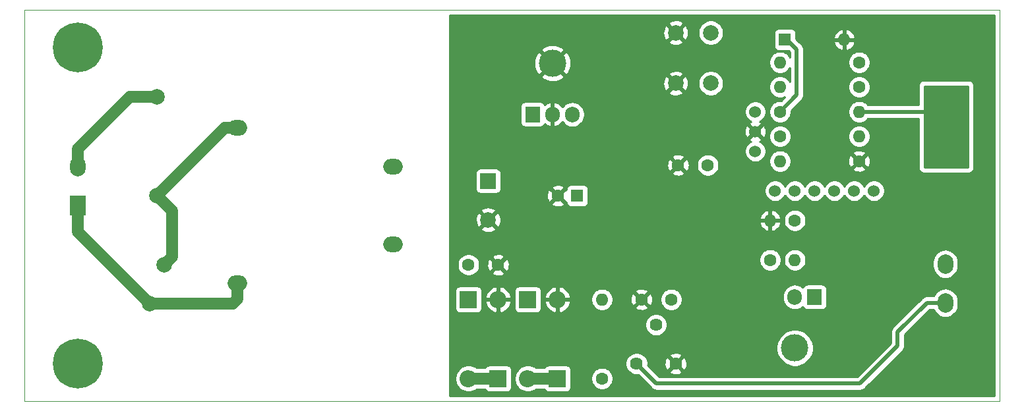
<source format=gbr>
G04 #@! TF.GenerationSoftware,KiCad,Pcbnew,5.1.5-52549c5~84~ubuntu18.04.1*
G04 #@! TF.CreationDate,2019-11-25T01:58:10+02:00*
G04 #@! TF.ProjectId,tinydimmer,74696e79-6469-46d6-9d65-722e6b696361,rev?*
G04 #@! TF.SameCoordinates,PX1d369d0PY5483e38*
G04 #@! TF.FileFunction,Copper,L2,Bot*
G04 #@! TF.FilePolarity,Positive*
%FSLAX46Y46*%
G04 Gerber Fmt 4.6, Leading zero omitted, Abs format (unit mm)*
G04 Created by KiCad (PCBNEW 5.1.5-52549c5~84~ubuntu18.04.1) date 2019-11-25 01:58:10*
%MOMM*%
%LPD*%
G04 APERTURE LIST*
G04 #@! TA.AperFunction,Profile*
%ADD10C,0.050000*%
G04 #@! TD*
G04 #@! TA.AperFunction,ComponentPad*
%ADD11O,1.600000X1.600000*%
G04 #@! TD*
G04 #@! TA.AperFunction,ComponentPad*
%ADD12R,1.600000X1.600000*%
G04 #@! TD*
G04 #@! TA.AperFunction,ComponentPad*
%ADD13C,1.600000*%
G04 #@! TD*
G04 #@! TA.AperFunction,ComponentPad*
%ADD14O,2.000000X2.500000*%
G04 #@! TD*
G04 #@! TA.AperFunction,ComponentPad*
%ADD15R,2.000000X2.500000*%
G04 #@! TD*
G04 #@! TA.AperFunction,ComponentPad*
%ADD16O,2.500000X2.000000*%
G04 #@! TD*
G04 #@! TA.AperFunction,ComponentPad*
%ADD17C,6.400000*%
G04 #@! TD*
G04 #@! TA.AperFunction,ComponentPad*
%ADD18C,2.000000*%
G04 #@! TD*
G04 #@! TA.AperFunction,ComponentPad*
%ADD19R,2.000000X2.000000*%
G04 #@! TD*
G04 #@! TA.AperFunction,ComponentPad*
%ADD20R,2.200000X2.200000*%
G04 #@! TD*
G04 #@! TA.AperFunction,ComponentPad*
%ADD21O,2.200000X2.200000*%
G04 #@! TD*
G04 #@! TA.AperFunction,ComponentPad*
%ADD22C,3.500000*%
G04 #@! TD*
G04 #@! TA.AperFunction,ComponentPad*
%ADD23O,1.905000X2.000000*%
G04 #@! TD*
G04 #@! TA.AperFunction,ComponentPad*
%ADD24R,1.905000X2.000000*%
G04 #@! TD*
G04 #@! TA.AperFunction,ComponentPad*
%ADD25C,1.620000*%
G04 #@! TD*
G04 #@! TA.AperFunction,ComponentPad*
%ADD26C,1.524000*%
G04 #@! TD*
G04 #@! TA.AperFunction,ViaPad*
%ADD27C,0.800000*%
G04 #@! TD*
G04 #@! TA.AperFunction,Conductor*
%ADD28C,1.500000*%
G04 #@! TD*
G04 #@! TA.AperFunction,Conductor*
%ADD29C,0.500000*%
G04 #@! TD*
G04 #@! TA.AperFunction,Conductor*
%ADD30C,0.254000*%
G04 #@! TD*
G04 APERTURE END LIST*
D10*
X125222000Y50241200D02*
X0Y50241200D01*
X125222000Y0D02*
X125222000Y50241200D01*
X0Y0D02*
X125222000Y0D01*
X0Y50241200D02*
X0Y0D01*
D11*
G04 #@! TO.P,D5,2*
G04 #@! TO.N,GND*
X105257600Y46456600D03*
D12*
G04 #@! TO.P,D5,1*
G04 #@! TO.N,Net-(D5-Pad1)*
X97637600Y46456600D03*
G04 #@! TD*
D13*
G04 #@! TO.P,C2,2*
G04 #@! TO.N,GND*
X60807600Y17500600D03*
G04 #@! TO.P,C2,1*
G04 #@! TO.N,Net-(C1-Pad1)*
X56997600Y17500600D03*
G04 #@! TD*
G04 #@! TO.P,C4,2*
G04 #@! TO.N,GND*
X79222600Y13055600D03*
G04 #@! TO.P,C4,1*
G04 #@! TO.N,SENSE*
X83032600Y13055600D03*
G04 #@! TD*
G04 #@! TO.P,C5,2*
G04 #@! TO.N,GND*
X83921600Y30327600D03*
G04 #@! TO.P,C5,1*
G04 #@! TO.N,ENABLE*
X87731600Y30327600D03*
G04 #@! TD*
D14*
G04 #@! TO.P,J2,2*
G04 #@! TO.N,LINE*
X6832600Y30160600D03*
D15*
G04 #@! TO.P,J2,1*
G04 #@! TO.N,NEUT*
X6832600Y25160600D03*
G04 #@! TD*
D14*
G04 #@! TO.P,J1,4*
G04 #@! TO.N,GND*
X118227600Y22620600D03*
G04 #@! TO.P,J1,5*
G04 #@! TO.N,SW_NEG*
X118227600Y17620600D03*
G04 #@! TO.P,J1,6*
G04 #@! TO.N,POT_POS*
X118227600Y12620600D03*
G04 #@! TO.P,J1,3*
G04 #@! TO.N,GND*
X118227600Y27620600D03*
G04 #@! TO.P,J1,2*
G04 #@! TO.N,SW_POS*
X118227600Y32620600D03*
D15*
G04 #@! TO.P,J1,1*
X118227600Y37620600D03*
G04 #@! TD*
D16*
G04 #@! TO.P,T1,9*
G04 #@! TO.N,Net-(D1-Pad2)*
X47312600Y20120600D03*
G04 #@! TO.P,T1,7*
G04 #@! TO.N,Net-(D2-Pad2)*
X47312600Y30120600D03*
G04 #@! TO.P,T1,5*
G04 #@! TO.N,NEUT*
X27312600Y15120600D03*
G04 #@! TO.P,T1,1*
G04 #@! TO.N,Net-(F1-Pad1)*
X27312600Y35120600D03*
G04 #@! TD*
D11*
G04 #@! TO.P,R3,2*
G04 #@! TO.N,GND*
X95732600Y23215600D03*
D13*
G04 #@! TO.P,R3,1*
G04 #@! TO.N,Net-(Q1-Pad1)*
X95732600Y18135600D03*
G04 #@! TD*
D11*
G04 #@! TO.P,R2,2*
G04 #@! TO.N,Net-(Q1-Pad1)*
X98907600Y18135600D03*
D13*
G04 #@! TO.P,R2,1*
G04 #@! TO.N,PWM*
X98907600Y23215600D03*
G04 #@! TD*
D17*
G04 #@! TO.P,H5,1*
G04 #@! TO.N,GND*
X81762600Y23215600D03*
G04 #@! TD*
G04 #@! TO.P,H4,1*
G04 #@! TO.N,GND*
X118227600Y4800600D03*
G04 #@! TD*
G04 #@! TO.P,H3,1*
G04 #@! TO.N,GND*
X118227600Y45440600D03*
G04 #@! TD*
G04 #@! TO.P,H2,1*
G04 #@! TO.N,Net-(H2-Pad1)*
X6832600Y4800600D03*
G04 #@! TD*
G04 #@! TO.P,H1,1*
G04 #@! TO.N,Net-(H1-Pad1)*
X6832600Y45440600D03*
G04 #@! TD*
D18*
G04 #@! TO.P,C1,2*
G04 #@! TO.N,GND*
X59537600Y23295600D03*
D19*
G04 #@! TO.P,C1,1*
G04 #@! TO.N,Net-(C1-Pad1)*
X59537600Y28295600D03*
G04 #@! TD*
D12*
G04 #@! TO.P,C3,1*
G04 #@! TO.N,+10V*
X70967600Y26390600D03*
D13*
G04 #@! TO.P,C3,2*
G04 #@! TO.N,GND*
X68467600Y26390600D03*
G04 #@! TD*
D20*
G04 #@! TO.P,D1,1*
G04 #@! TO.N,Net-(C1-Pad1)*
X56997600Y13055600D03*
D21*
G04 #@! TO.P,D1,2*
G04 #@! TO.N,Net-(D1-Pad2)*
X56997600Y2895600D03*
G04 #@! TD*
G04 #@! TO.P,D2,2*
G04 #@! TO.N,Net-(D2-Pad2)*
X64617600Y2895600D03*
D20*
G04 #@! TO.P,D2,1*
G04 #@! TO.N,Net-(C1-Pad1)*
X64617600Y13055600D03*
G04 #@! TD*
D21*
G04 #@! TO.P,D3,2*
G04 #@! TO.N,GND*
X60807600Y13055600D03*
D20*
G04 #@! TO.P,D3,1*
G04 #@! TO.N,Net-(D1-Pad2)*
X60807600Y2895600D03*
G04 #@! TD*
G04 #@! TO.P,D4,1*
G04 #@! TO.N,Net-(D2-Pad2)*
X68427600Y2895600D03*
D21*
G04 #@! TO.P,D4,2*
G04 #@! TO.N,GND*
X68427600Y13055600D03*
G04 #@! TD*
D18*
G04 #@! TO.P,F1,1*
G04 #@! TO.N,Net-(F1-Pad1)*
X16992600Y26390600D03*
G04 #@! TO.P,F1,2*
G04 #@! TO.N,LINE*
X16992600Y39090600D03*
G04 #@! TD*
D22*
G04 #@! TO.P,HS1,1*
G04 #@! TO.N,GND*
X67792600Y43425600D03*
G04 #@! TD*
G04 #@! TO.P,HS2,1*
G04 #@! TO.N,SW_NEG*
X98907600Y6815600D03*
G04 #@! TD*
D23*
G04 #@! TO.P,Q1,3*
G04 #@! TO.N,GND*
X96367600Y13385800D03*
G04 #@! TO.P,Q1,2*
G04 #@! TO.N,SW_NEG*
X98907600Y13385800D03*
D24*
G04 #@! TO.P,Q1,1*
G04 #@! TO.N,Net-(Q1-Pad1)*
X101447600Y13385800D03*
G04 #@! TD*
D13*
G04 #@! TO.P,R1,1*
G04 #@! TO.N,POT_POS*
X74142600Y2895600D03*
D11*
G04 #@! TO.P,R1,2*
G04 #@! TO.N,+10V*
X74142600Y13055600D03*
G04 #@! TD*
D13*
G04 #@! TO.P,R4,1*
G04 #@! TO.N,Net-(R4-Pad1)*
X107162600Y40360600D03*
D11*
G04 #@! TO.P,R4,2*
G04 #@! TO.N,+5V*
X97002600Y40360600D03*
G04 #@! TD*
G04 #@! TO.P,R5,2*
G04 #@! TO.N,Net-(R4-Pad1)*
X97002600Y43535600D03*
D13*
G04 #@! TO.P,R5,1*
G04 #@! TO.N,RESET*
X107162600Y43535600D03*
G04 #@! TD*
D11*
G04 #@! TO.P,R6,2*
G04 #@! TO.N,SW_POS*
X107162600Y37185600D03*
D13*
G04 #@! TO.P,R6,1*
G04 #@! TO.N,Net-(D5-Pad1)*
X97002600Y37185600D03*
G04 #@! TD*
G04 #@! TO.P,R7,1*
G04 #@! TO.N,ENABLE*
X97002600Y34010600D03*
D11*
G04 #@! TO.P,R7,2*
G04 #@! TO.N,Net-(D5-Pad1)*
X107162600Y34010600D03*
G04 #@! TD*
G04 #@! TO.P,R8,2*
G04 #@! TO.N,ENABLE*
X97002600Y30835600D03*
D13*
G04 #@! TO.P,R8,1*
G04 #@! TO.N,GND*
X107162600Y30835600D03*
G04 #@! TD*
D18*
G04 #@! TO.P,RV1,1*
G04 #@! TO.N,Net-(F1-Pad1)*
X17945100Y17500600D03*
G04 #@! TO.P,RV1,2*
G04 #@! TO.N,NEUT*
X16045100Y12500600D03*
G04 #@! TD*
D25*
G04 #@! TO.P,RV2,3*
G04 #@! TO.N,GND*
X83587600Y4800600D03*
G04 #@! TO.P,RV2,2*
G04 #@! TO.N,SENSE*
X81087600Y9800600D03*
G04 #@! TO.P,RV2,1*
G04 #@! TO.N,POT_POS*
X78587600Y4800600D03*
G04 #@! TD*
D18*
G04 #@! TO.P,SW1,2*
G04 #@! TO.N,GND*
X83612600Y47345600D03*
G04 #@! TO.P,SW1,1*
G04 #@! TO.N,Net-(R4-Pad1)*
X88112600Y47345600D03*
G04 #@! TO.P,SW1,2*
G04 #@! TO.N,GND*
X83612600Y40845600D03*
G04 #@! TO.P,SW1,1*
G04 #@! TO.N,Net-(R4-Pad1)*
X88112600Y40845600D03*
G04 #@! TD*
D24*
G04 #@! TO.P,U1,1*
G04 #@! TO.N,Net-(C1-Pad1)*
X65239900Y36855400D03*
D23*
G04 #@! TO.P,U1,2*
G04 #@! TO.N,GND*
X67779900Y36855400D03*
G04 #@! TO.P,U1,3*
G04 #@! TO.N,+10V*
X70319900Y36855400D03*
G04 #@! TD*
D26*
G04 #@! TO.P,U2,1*
G04 #@! TO.N,ENABLE*
X96367600Y27025600D03*
G04 #@! TO.P,U2,2*
G04 #@! TO.N,PWM*
X98907600Y27025600D03*
G04 #@! TO.P,U2,3*
G04 #@! TO.N,SENSE*
X101447600Y27025600D03*
G04 #@! TO.P,U2,4*
G04 #@! TO.N,Net-(U2-Pad4)*
X103987600Y27025600D03*
G04 #@! TO.P,U2,5*
G04 #@! TO.N,Net-(U2-Pad5)*
X106527600Y27025600D03*
G04 #@! TO.P,U2,6*
G04 #@! TO.N,RESET*
X109067600Y27025600D03*
G04 #@! TO.P,U2,7*
G04 #@! TO.N,+5V*
X93827600Y37185600D03*
G04 #@! TO.P,U2,8*
G04 #@! TO.N,GND*
X93827600Y34645600D03*
G04 #@! TO.P,U2,9*
G04 #@! TO.N,+10V*
X93827600Y32105600D03*
G04 #@! TD*
D27*
G04 #@! TO.N,SW_POS*
X116179600Y39852600D03*
X117576600Y39852600D03*
X119100600Y39852600D03*
X120497600Y39852600D03*
X120497600Y30581600D03*
X116179600Y30581600D03*
X117576600Y30581600D03*
X119100600Y30581600D03*
X116179600Y38582600D03*
X120497600Y38582600D03*
X116179600Y31851600D03*
X120497600Y31851600D03*
X120497600Y35153600D03*
X116179600Y35153600D03*
X117576600Y35153600D03*
X119100600Y35153600D03*
G04 #@! TD*
D28*
G04 #@! TO.N,Net-(D1-Pad2)*
X60807600Y2895600D02*
X56997600Y2895600D01*
G04 #@! TO.N,Net-(D2-Pad2)*
X68427600Y2895600D02*
X64617600Y2895600D01*
G04 #@! TO.N,Net-(F1-Pad1)*
X25722600Y35120600D02*
X27312600Y35120600D01*
X16992600Y26390600D02*
X25722600Y35120600D01*
X17992599Y25390601D02*
X16992600Y26390600D01*
X18945099Y24438101D02*
X17992599Y25390601D01*
X18945099Y18500599D02*
X18945099Y24438101D01*
X17945100Y17500600D02*
X18945099Y18500599D01*
G04 #@! TO.N,LINE*
X13512600Y39090600D02*
X15578387Y39090600D01*
X15578387Y39090600D02*
X16992600Y39090600D01*
X6832600Y32410600D02*
X13512600Y39090600D01*
X6832600Y30160600D02*
X6832600Y32410600D01*
D29*
G04 #@! TO.N,SW_POS*
X107162600Y37185600D02*
X117792600Y37185600D01*
X117792600Y37185600D02*
X118227600Y37620600D01*
G04 #@! TO.N,POT_POS*
X112115600Y8864600D02*
X115871600Y12620600D01*
X107289600Y2260600D02*
X112115600Y7086600D01*
X112115600Y7086600D02*
X112115600Y8864600D01*
X78587600Y4800600D02*
X81127600Y2260600D01*
X115871600Y12620600D02*
X118227600Y12620600D01*
X81127600Y2260600D02*
X107289600Y2260600D01*
D28*
G04 #@! TO.N,NEUT*
X27312600Y13120600D02*
X27312600Y15120600D01*
X26692600Y12500600D02*
X27312600Y13120600D01*
X16045100Y12500600D02*
X26692600Y12500600D01*
X6832600Y21713100D02*
X6832600Y25160600D01*
X16045100Y12500600D02*
X6832600Y21713100D01*
D29*
G04 #@! TO.N,Net-(D5-Pad1)*
X97637600Y46456600D02*
X97891600Y46456600D01*
X97891600Y46456600D02*
X99161600Y45186600D01*
X99161600Y39344600D02*
X97002600Y37185600D01*
X99161600Y45186600D02*
X99161600Y39344600D01*
G04 #@! TD*
D30*
G04 #@! TO.N,GND*
G36*
X124562000Y660000D02*
G01*
X54584600Y660000D01*
X54584600Y3066483D01*
X55262600Y3066483D01*
X55262600Y2724717D01*
X55329275Y2389519D01*
X55460063Y2073769D01*
X55649937Y1789602D01*
X55891602Y1547937D01*
X56175769Y1358063D01*
X56491519Y1227275D01*
X56826717Y1160600D01*
X57168483Y1160600D01*
X57503681Y1227275D01*
X57819431Y1358063D01*
X58047719Y1510600D01*
X59139917Y1510600D01*
X59177063Y1441106D01*
X59256415Y1344415D01*
X59353106Y1265063D01*
X59463420Y1206098D01*
X59583118Y1169788D01*
X59707600Y1157528D01*
X61907600Y1157528D01*
X62032082Y1169788D01*
X62151780Y1206098D01*
X62262094Y1265063D01*
X62358785Y1344415D01*
X62438137Y1441106D01*
X62497102Y1551420D01*
X62533412Y1671118D01*
X62545672Y1795600D01*
X62545672Y3066483D01*
X62882600Y3066483D01*
X62882600Y2724717D01*
X62949275Y2389519D01*
X63080063Y2073769D01*
X63269937Y1789602D01*
X63511602Y1547937D01*
X63795769Y1358063D01*
X64111519Y1227275D01*
X64446717Y1160600D01*
X64788483Y1160600D01*
X65123681Y1227275D01*
X65439431Y1358063D01*
X65667719Y1510600D01*
X66759917Y1510600D01*
X66797063Y1441106D01*
X66876415Y1344415D01*
X66973106Y1265063D01*
X67083420Y1206098D01*
X67203118Y1169788D01*
X67327600Y1157528D01*
X69527600Y1157528D01*
X69652082Y1169788D01*
X69771780Y1206098D01*
X69882094Y1265063D01*
X69978785Y1344415D01*
X70058137Y1441106D01*
X70117102Y1551420D01*
X70153412Y1671118D01*
X70165672Y1795600D01*
X70165672Y3036935D01*
X72707600Y3036935D01*
X72707600Y2754265D01*
X72762747Y2477026D01*
X72870920Y2215873D01*
X73027963Y1980841D01*
X73227841Y1780963D01*
X73462873Y1623920D01*
X73724026Y1515747D01*
X74001265Y1460600D01*
X74283935Y1460600D01*
X74561174Y1515747D01*
X74822327Y1623920D01*
X75057359Y1780963D01*
X75257237Y1980841D01*
X75414280Y2215873D01*
X75522453Y2477026D01*
X75577600Y2754265D01*
X75577600Y3036935D01*
X75522453Y3314174D01*
X75414280Y3575327D01*
X75257237Y3810359D01*
X75057359Y4010237D01*
X74822327Y4167280D01*
X74561174Y4275453D01*
X74283935Y4330600D01*
X74001265Y4330600D01*
X73724026Y4275453D01*
X73462873Y4167280D01*
X73227841Y4010237D01*
X73027963Y3810359D01*
X72870920Y3575327D01*
X72762747Y3314174D01*
X72707600Y3036935D01*
X70165672Y3036935D01*
X70165672Y3995600D01*
X70153412Y4120082D01*
X70117102Y4239780D01*
X70058137Y4350094D01*
X69978785Y4446785D01*
X69882094Y4526137D01*
X69771780Y4585102D01*
X69652082Y4621412D01*
X69527600Y4633672D01*
X67327600Y4633672D01*
X67203118Y4621412D01*
X67083420Y4585102D01*
X66973106Y4526137D01*
X66876415Y4446785D01*
X66797063Y4350094D01*
X66759917Y4280600D01*
X65667719Y4280600D01*
X65439431Y4433137D01*
X65123681Y4563925D01*
X64788483Y4630600D01*
X64446717Y4630600D01*
X64111519Y4563925D01*
X63795769Y4433137D01*
X63511602Y4243263D01*
X63269937Y4001598D01*
X63080063Y3717431D01*
X62949275Y3401681D01*
X62882600Y3066483D01*
X62545672Y3066483D01*
X62545672Y3995600D01*
X62533412Y4120082D01*
X62497102Y4239780D01*
X62438137Y4350094D01*
X62358785Y4446785D01*
X62262094Y4526137D01*
X62151780Y4585102D01*
X62032082Y4621412D01*
X61907600Y4633672D01*
X59707600Y4633672D01*
X59583118Y4621412D01*
X59463420Y4585102D01*
X59353106Y4526137D01*
X59256415Y4446785D01*
X59177063Y4350094D01*
X59139917Y4280600D01*
X58047719Y4280600D01*
X57819431Y4433137D01*
X57503681Y4563925D01*
X57168483Y4630600D01*
X56826717Y4630600D01*
X56491519Y4563925D01*
X56175769Y4433137D01*
X55891602Y4243263D01*
X55649937Y4001598D01*
X55460063Y3717431D01*
X55329275Y3401681D01*
X55262600Y3066483D01*
X54584600Y3066483D01*
X54584600Y4942920D01*
X77142600Y4942920D01*
X77142600Y4658280D01*
X77198130Y4379109D01*
X77307057Y4116136D01*
X77465195Y3879466D01*
X77666466Y3678195D01*
X77903136Y3520057D01*
X78166109Y3411130D01*
X78445280Y3355600D01*
X78729920Y3355600D01*
X78772543Y3364078D01*
X80471070Y1665551D01*
X80498783Y1631783D01*
X80532551Y1604070D01*
X80532553Y1604068D01*
X80596705Y1551420D01*
X80633541Y1521189D01*
X80787287Y1439011D01*
X80954110Y1388405D01*
X81084123Y1375600D01*
X81084133Y1375600D01*
X81127599Y1371319D01*
X81171065Y1375600D01*
X107246131Y1375600D01*
X107289600Y1371319D01*
X107333069Y1375600D01*
X107333077Y1375600D01*
X107463090Y1388405D01*
X107629913Y1439011D01*
X107783659Y1521189D01*
X107918417Y1631783D01*
X107946134Y1665556D01*
X112710651Y6430072D01*
X112744417Y6457783D01*
X112855011Y6592541D01*
X112855012Y6592542D01*
X112937189Y6746286D01*
X112987795Y6913110D01*
X112987795Y6913111D01*
X113000600Y7043123D01*
X113000600Y7043131D01*
X113004881Y7086600D01*
X113000600Y7130069D01*
X113000600Y8498022D01*
X116238179Y11735600D01*
X116713108Y11735600D01*
X116861569Y11457849D01*
X117065886Y11208886D01*
X117314848Y11004569D01*
X117598885Y10852748D01*
X117907084Y10759257D01*
X118227600Y10727689D01*
X118548115Y10759257D01*
X118856314Y10852748D01*
X119140351Y11004569D01*
X119389314Y11208886D01*
X119593631Y11457848D01*
X119745452Y11741885D01*
X119838943Y12050084D01*
X119862600Y12290278D01*
X119862600Y12950921D01*
X119838943Y13191115D01*
X119745452Y13499315D01*
X119593631Y13783352D01*
X119389314Y14032314D01*
X119140352Y14236631D01*
X118856315Y14388452D01*
X118548116Y14481943D01*
X118227600Y14513511D01*
X117907085Y14481943D01*
X117598886Y14388452D01*
X117314849Y14236631D01*
X117065886Y14032314D01*
X116861569Y13783352D01*
X116713107Y13505600D01*
X115915065Y13505600D01*
X115871599Y13509881D01*
X115828133Y13505600D01*
X115828123Y13505600D01*
X115698110Y13492795D01*
X115531287Y13442189D01*
X115377541Y13360011D01*
X115377539Y13360010D01*
X115377540Y13360010D01*
X115276553Y13277132D01*
X115276551Y13277130D01*
X115242783Y13249417D01*
X115215070Y13215649D01*
X111520551Y9521130D01*
X111486784Y9493417D01*
X111459071Y9459649D01*
X111459068Y9459646D01*
X111376190Y9358659D01*
X111294012Y9204913D01*
X111243405Y9038090D01*
X111226319Y8864600D01*
X111230601Y8821121D01*
X111230600Y7453179D01*
X106923022Y3145600D01*
X81494179Y3145600D01*
X80839022Y3800757D01*
X82767362Y3800757D01*
X82840156Y3555768D01*
X83097373Y3433867D01*
X83373429Y3364490D01*
X83657715Y3350302D01*
X83939306Y3391848D01*
X84207383Y3487532D01*
X84335044Y3555768D01*
X84407838Y3800757D01*
X83587600Y4620995D01*
X82767362Y3800757D01*
X80839022Y3800757D01*
X80024122Y4615657D01*
X80032600Y4658280D01*
X80032600Y4730485D01*
X82137302Y4730485D01*
X82178848Y4448894D01*
X82274532Y4180817D01*
X82342768Y4053156D01*
X82587757Y3980362D01*
X83407995Y4800600D01*
X83767205Y4800600D01*
X84587443Y3980362D01*
X84832432Y4053156D01*
X84954333Y4310373D01*
X85023710Y4586429D01*
X85037898Y4870715D01*
X84996352Y5152306D01*
X84900668Y5420383D01*
X84832432Y5548044D01*
X84587443Y5620838D01*
X83767205Y4800600D01*
X83407995Y4800600D01*
X82587757Y5620838D01*
X82342768Y5548044D01*
X82220867Y5290827D01*
X82151490Y5014771D01*
X82137302Y4730485D01*
X80032600Y4730485D01*
X80032600Y4942920D01*
X79977070Y5222091D01*
X79868143Y5485064D01*
X79710005Y5721734D01*
X79631296Y5800443D01*
X82767362Y5800443D01*
X83587600Y4980205D01*
X84407838Y5800443D01*
X84335044Y6045432D01*
X84077827Y6167333D01*
X83801771Y6236710D01*
X83517485Y6250898D01*
X83235894Y6209352D01*
X82967817Y6113668D01*
X82840156Y6045432D01*
X82767362Y5800443D01*
X79631296Y5800443D01*
X79508734Y5923005D01*
X79272064Y6081143D01*
X79009091Y6190070D01*
X78729920Y6245600D01*
X78445280Y6245600D01*
X78166109Y6190070D01*
X77903136Y6081143D01*
X77666466Y5923005D01*
X77465195Y5721734D01*
X77307057Y5485064D01*
X77198130Y5222091D01*
X77142600Y4942920D01*
X54584600Y4942920D01*
X54584600Y7050502D01*
X96522600Y7050502D01*
X96522600Y6580698D01*
X96614254Y6119921D01*
X96794040Y5685879D01*
X97055050Y5295251D01*
X97387251Y4963050D01*
X97777879Y4702040D01*
X98211921Y4522254D01*
X98672698Y4430600D01*
X99142502Y4430600D01*
X99603279Y4522254D01*
X100037321Y4702040D01*
X100427949Y4963050D01*
X100760150Y5295251D01*
X101021160Y5685879D01*
X101200946Y6119921D01*
X101292600Y6580698D01*
X101292600Y7050502D01*
X101200946Y7511279D01*
X101021160Y7945321D01*
X100760150Y8335949D01*
X100427949Y8668150D01*
X100037321Y8929160D01*
X99603279Y9108946D01*
X99142502Y9200600D01*
X98672698Y9200600D01*
X98211921Y9108946D01*
X97777879Y8929160D01*
X97387251Y8668150D01*
X97055050Y8335949D01*
X96794040Y7945321D01*
X96614254Y7511279D01*
X96522600Y7050502D01*
X54584600Y7050502D01*
X54584600Y9942920D01*
X79642600Y9942920D01*
X79642600Y9658280D01*
X79698130Y9379109D01*
X79807057Y9116136D01*
X79965195Y8879466D01*
X80166466Y8678195D01*
X80403136Y8520057D01*
X80666109Y8411130D01*
X80945280Y8355600D01*
X81229920Y8355600D01*
X81509091Y8411130D01*
X81772064Y8520057D01*
X82008734Y8678195D01*
X82210005Y8879466D01*
X82368143Y9116136D01*
X82477070Y9379109D01*
X82532600Y9658280D01*
X82532600Y9942920D01*
X82477070Y10222091D01*
X82368143Y10485064D01*
X82210005Y10721734D01*
X82008734Y10923005D01*
X81772064Y11081143D01*
X81509091Y11190070D01*
X81229920Y11245600D01*
X80945280Y11245600D01*
X80666109Y11190070D01*
X80403136Y11081143D01*
X80166466Y10923005D01*
X79965195Y10721734D01*
X79807057Y10485064D01*
X79698130Y10222091D01*
X79642600Y9942920D01*
X54584600Y9942920D01*
X54584600Y14155600D01*
X55259528Y14155600D01*
X55259528Y11955600D01*
X55271788Y11831118D01*
X55308098Y11711420D01*
X55367063Y11601106D01*
X55446415Y11504415D01*
X55543106Y11425063D01*
X55653420Y11366098D01*
X55773118Y11329788D01*
X55897600Y11317528D01*
X58097600Y11317528D01*
X58222082Y11329788D01*
X58341780Y11366098D01*
X58452094Y11425063D01*
X58548785Y11504415D01*
X58628137Y11601106D01*
X58687102Y11711420D01*
X58723412Y11831118D01*
X58735672Y11955600D01*
X58735672Y12659477D01*
X59118421Y12659477D01*
X59228158Y12337546D01*
X59398592Y12043209D01*
X59623173Y11787778D01*
X59893271Y11581069D01*
X60198506Y11431025D01*
X60411478Y11366425D01*
X60680600Y11484475D01*
X60680600Y12928600D01*
X60934600Y12928600D01*
X60934600Y11484475D01*
X61203722Y11366425D01*
X61416694Y11431025D01*
X61721929Y11581069D01*
X61992027Y11787778D01*
X62216608Y12043209D01*
X62387042Y12337546D01*
X62496779Y12659477D01*
X62379200Y12928600D01*
X60934600Y12928600D01*
X60680600Y12928600D01*
X59236000Y12928600D01*
X59118421Y12659477D01*
X58735672Y12659477D01*
X58735672Y13451723D01*
X59118421Y13451723D01*
X59236000Y13182600D01*
X60680600Y13182600D01*
X60680600Y14626725D01*
X60934600Y14626725D01*
X60934600Y13182600D01*
X62379200Y13182600D01*
X62496779Y13451723D01*
X62387042Y13773654D01*
X62216608Y14067991D01*
X62139581Y14155600D01*
X62879528Y14155600D01*
X62879528Y11955600D01*
X62891788Y11831118D01*
X62928098Y11711420D01*
X62987063Y11601106D01*
X63066415Y11504415D01*
X63163106Y11425063D01*
X63273420Y11366098D01*
X63393118Y11329788D01*
X63517600Y11317528D01*
X65717600Y11317528D01*
X65842082Y11329788D01*
X65961780Y11366098D01*
X66072094Y11425063D01*
X66168785Y11504415D01*
X66248137Y11601106D01*
X66307102Y11711420D01*
X66343412Y11831118D01*
X66355672Y11955600D01*
X66355672Y12659477D01*
X66738421Y12659477D01*
X66848158Y12337546D01*
X67018592Y12043209D01*
X67243173Y11787778D01*
X67513271Y11581069D01*
X67818506Y11431025D01*
X68031478Y11366425D01*
X68300600Y11484475D01*
X68300600Y12928600D01*
X68554600Y12928600D01*
X68554600Y11484475D01*
X68823722Y11366425D01*
X69036694Y11431025D01*
X69341929Y11581069D01*
X69612027Y11787778D01*
X69836608Y12043209D01*
X70007042Y12337546D01*
X70116779Y12659477D01*
X69999200Y12928600D01*
X68554600Y12928600D01*
X68300600Y12928600D01*
X66856000Y12928600D01*
X66738421Y12659477D01*
X66355672Y12659477D01*
X66355672Y13451723D01*
X66738421Y13451723D01*
X66856000Y13182600D01*
X68300600Y13182600D01*
X68300600Y14626725D01*
X68554600Y14626725D01*
X68554600Y13182600D01*
X69999200Y13182600D01*
X70005462Y13196935D01*
X72707600Y13196935D01*
X72707600Y12914265D01*
X72762747Y12637026D01*
X72870920Y12375873D01*
X73027963Y12140841D01*
X73227841Y11940963D01*
X73462873Y11783920D01*
X73724026Y11675747D01*
X74001265Y11620600D01*
X74283935Y11620600D01*
X74561174Y11675747D01*
X74822327Y11783920D01*
X75057359Y11940963D01*
X75179294Y12062898D01*
X78409503Y12062898D01*
X78481086Y11818929D01*
X78736596Y11698029D01*
X79010784Y11629300D01*
X79293112Y11615383D01*
X79572730Y11656813D01*
X79838892Y11751997D01*
X79964114Y11818929D01*
X80035697Y12062898D01*
X79222600Y12875995D01*
X78409503Y12062898D01*
X75179294Y12062898D01*
X75257237Y12140841D01*
X75414280Y12375873D01*
X75522453Y12637026D01*
X75577600Y12914265D01*
X75577600Y12985088D01*
X77782383Y12985088D01*
X77823813Y12705470D01*
X77918997Y12439308D01*
X77985929Y12314086D01*
X78229898Y12242503D01*
X79042995Y13055600D01*
X79402205Y13055600D01*
X80215302Y12242503D01*
X80459271Y12314086D01*
X80580171Y12569596D01*
X80648900Y12843784D01*
X80662817Y13126112D01*
X80652324Y13196935D01*
X81597600Y13196935D01*
X81597600Y12914265D01*
X81652747Y12637026D01*
X81760920Y12375873D01*
X81917963Y12140841D01*
X82117841Y11940963D01*
X82352873Y11783920D01*
X82614026Y11675747D01*
X82891265Y11620600D01*
X83173935Y11620600D01*
X83451174Y11675747D01*
X83712327Y11783920D01*
X83947359Y11940963D01*
X84147237Y12140841D01*
X84304280Y12375873D01*
X84412453Y12637026D01*
X84467600Y12914265D01*
X84467600Y13196935D01*
X84412453Y13474174D01*
X84397081Y13511286D01*
X97320100Y13511286D01*
X97320100Y13260315D01*
X97343070Y13027097D01*
X97433845Y12727852D01*
X97581255Y12452066D01*
X97779637Y12210337D01*
X98021365Y12011955D01*
X98297151Y11864545D01*
X98596396Y11773770D01*
X98907600Y11743119D01*
X99218803Y11773770D01*
X99518048Y11864545D01*
X99793834Y12011955D01*
X99919695Y12115247D01*
X99964563Y12031306D01*
X100043915Y11934615D01*
X100140606Y11855263D01*
X100250920Y11796298D01*
X100370618Y11759988D01*
X100495100Y11747728D01*
X102400100Y11747728D01*
X102524582Y11759988D01*
X102644280Y11796298D01*
X102754594Y11855263D01*
X102851285Y11934615D01*
X102930637Y12031306D01*
X102989602Y12141620D01*
X103025912Y12261318D01*
X103038172Y12385800D01*
X103038172Y14385800D01*
X103025912Y14510282D01*
X102989602Y14629980D01*
X102930637Y14740294D01*
X102851285Y14836985D01*
X102754594Y14916337D01*
X102644280Y14975302D01*
X102524582Y15011612D01*
X102400100Y15023872D01*
X100495100Y15023872D01*
X100370618Y15011612D01*
X100250920Y14975302D01*
X100140606Y14916337D01*
X100043915Y14836985D01*
X99964563Y14740294D01*
X99919695Y14656354D01*
X99793835Y14759645D01*
X99518049Y14907055D01*
X99218804Y14997830D01*
X98907600Y15028481D01*
X98596397Y14997830D01*
X98297152Y14907055D01*
X98021366Y14759645D01*
X97779637Y14561263D01*
X97581255Y14319535D01*
X97433845Y14043749D01*
X97343070Y13744504D01*
X97320100Y13511286D01*
X84397081Y13511286D01*
X84304280Y13735327D01*
X84147237Y13970359D01*
X83947359Y14170237D01*
X83712327Y14327280D01*
X83451174Y14435453D01*
X83173935Y14490600D01*
X82891265Y14490600D01*
X82614026Y14435453D01*
X82352873Y14327280D01*
X82117841Y14170237D01*
X81917963Y13970359D01*
X81760920Y13735327D01*
X81652747Y13474174D01*
X81597600Y13196935D01*
X80652324Y13196935D01*
X80621387Y13405730D01*
X80526203Y13671892D01*
X80459271Y13797114D01*
X80215302Y13868697D01*
X79402205Y13055600D01*
X79042995Y13055600D01*
X78229898Y13868697D01*
X77985929Y13797114D01*
X77865029Y13541604D01*
X77796300Y13267416D01*
X77782383Y12985088D01*
X75577600Y12985088D01*
X75577600Y13196935D01*
X75522453Y13474174D01*
X75414280Y13735327D01*
X75257237Y13970359D01*
X75179294Y14048302D01*
X78409503Y14048302D01*
X79222600Y13235205D01*
X80035697Y14048302D01*
X79964114Y14292271D01*
X79708604Y14413171D01*
X79434416Y14481900D01*
X79152088Y14495817D01*
X78872470Y14454387D01*
X78606308Y14359203D01*
X78481086Y14292271D01*
X78409503Y14048302D01*
X75179294Y14048302D01*
X75057359Y14170237D01*
X74822327Y14327280D01*
X74561174Y14435453D01*
X74283935Y14490600D01*
X74001265Y14490600D01*
X73724026Y14435453D01*
X73462873Y14327280D01*
X73227841Y14170237D01*
X73027963Y13970359D01*
X72870920Y13735327D01*
X72762747Y13474174D01*
X72707600Y13196935D01*
X70005462Y13196935D01*
X70116779Y13451723D01*
X70007042Y13773654D01*
X69836608Y14067991D01*
X69612027Y14323422D01*
X69341929Y14530131D01*
X69036694Y14680175D01*
X68823722Y14744775D01*
X68554600Y14626725D01*
X68300600Y14626725D01*
X68031478Y14744775D01*
X67818506Y14680175D01*
X67513271Y14530131D01*
X67243173Y14323422D01*
X67018592Y14067991D01*
X66848158Y13773654D01*
X66738421Y13451723D01*
X66355672Y13451723D01*
X66355672Y14155600D01*
X66343412Y14280082D01*
X66307102Y14399780D01*
X66248137Y14510094D01*
X66168785Y14606785D01*
X66072094Y14686137D01*
X65961780Y14745102D01*
X65842082Y14781412D01*
X65717600Y14793672D01*
X63517600Y14793672D01*
X63393118Y14781412D01*
X63273420Y14745102D01*
X63163106Y14686137D01*
X63066415Y14606785D01*
X62987063Y14510094D01*
X62928098Y14399780D01*
X62891788Y14280082D01*
X62879528Y14155600D01*
X62139581Y14155600D01*
X61992027Y14323422D01*
X61721929Y14530131D01*
X61416694Y14680175D01*
X61203722Y14744775D01*
X60934600Y14626725D01*
X60680600Y14626725D01*
X60411478Y14744775D01*
X60198506Y14680175D01*
X59893271Y14530131D01*
X59623173Y14323422D01*
X59398592Y14067991D01*
X59228158Y13773654D01*
X59118421Y13451723D01*
X58735672Y13451723D01*
X58735672Y14155600D01*
X58723412Y14280082D01*
X58687102Y14399780D01*
X58628137Y14510094D01*
X58548785Y14606785D01*
X58452094Y14686137D01*
X58341780Y14745102D01*
X58222082Y14781412D01*
X58097600Y14793672D01*
X55897600Y14793672D01*
X55773118Y14781412D01*
X55653420Y14745102D01*
X55543106Y14686137D01*
X55446415Y14606785D01*
X55367063Y14510094D01*
X55308098Y14399780D01*
X55271788Y14280082D01*
X55259528Y14155600D01*
X54584600Y14155600D01*
X54584600Y17641935D01*
X55562600Y17641935D01*
X55562600Y17359265D01*
X55617747Y17082026D01*
X55725920Y16820873D01*
X55882963Y16585841D01*
X56082841Y16385963D01*
X56317873Y16228920D01*
X56579026Y16120747D01*
X56856265Y16065600D01*
X57138935Y16065600D01*
X57416174Y16120747D01*
X57677327Y16228920D01*
X57912359Y16385963D01*
X58034294Y16507898D01*
X59994503Y16507898D01*
X60066086Y16263929D01*
X60321596Y16143029D01*
X60595784Y16074300D01*
X60878112Y16060383D01*
X61157730Y16101813D01*
X61423892Y16196997D01*
X61549114Y16263929D01*
X61620697Y16507898D01*
X60807600Y17320995D01*
X59994503Y16507898D01*
X58034294Y16507898D01*
X58112237Y16585841D01*
X58269280Y16820873D01*
X58377453Y17082026D01*
X58432600Y17359265D01*
X58432600Y17430088D01*
X59367383Y17430088D01*
X59408813Y17150470D01*
X59503997Y16884308D01*
X59570929Y16759086D01*
X59814898Y16687503D01*
X60627995Y17500600D01*
X60987205Y17500600D01*
X61800302Y16687503D01*
X62044271Y16759086D01*
X62165171Y17014596D01*
X62233900Y17288784D01*
X62247817Y17571112D01*
X62206387Y17850730D01*
X62111203Y18116892D01*
X62044271Y18242114D01*
X61925595Y18276935D01*
X94297600Y18276935D01*
X94297600Y17994265D01*
X94352747Y17717026D01*
X94460920Y17455873D01*
X94617963Y17220841D01*
X94817841Y17020963D01*
X95052873Y16863920D01*
X95314026Y16755747D01*
X95591265Y16700600D01*
X95873935Y16700600D01*
X96151174Y16755747D01*
X96412327Y16863920D01*
X96647359Y17020963D01*
X96847237Y17220841D01*
X97004280Y17455873D01*
X97112453Y17717026D01*
X97167600Y17994265D01*
X97167600Y18276935D01*
X97472600Y18276935D01*
X97472600Y17994265D01*
X97527747Y17717026D01*
X97635920Y17455873D01*
X97792963Y17220841D01*
X97992841Y17020963D01*
X98227873Y16863920D01*
X98489026Y16755747D01*
X98766265Y16700600D01*
X99048935Y16700600D01*
X99326174Y16755747D01*
X99587327Y16863920D01*
X99822359Y17020963D01*
X100022237Y17220841D01*
X100179280Y17455873D01*
X100287453Y17717026D01*
X100333978Y17950922D01*
X116592600Y17950922D01*
X116592600Y17290279D01*
X116616257Y17050085D01*
X116709748Y16741886D01*
X116861569Y16457849D01*
X117065886Y16208886D01*
X117314848Y16004569D01*
X117598885Y15852748D01*
X117907084Y15759257D01*
X118227600Y15727689D01*
X118548115Y15759257D01*
X118856314Y15852748D01*
X119140351Y16004569D01*
X119389314Y16208886D01*
X119593631Y16457848D01*
X119745452Y16741885D01*
X119838943Y17050084D01*
X119862600Y17290278D01*
X119862600Y17950921D01*
X119838943Y18191115D01*
X119745452Y18499315D01*
X119593631Y18783352D01*
X119389314Y19032314D01*
X119140352Y19236631D01*
X118856315Y19388452D01*
X118548116Y19481943D01*
X118227600Y19513511D01*
X117907085Y19481943D01*
X117598886Y19388452D01*
X117314849Y19236631D01*
X117065886Y19032314D01*
X116861569Y18783352D01*
X116709748Y18499315D01*
X116616257Y18191116D01*
X116592600Y17950922D01*
X100333978Y17950922D01*
X100342600Y17994265D01*
X100342600Y18276935D01*
X100287453Y18554174D01*
X100179280Y18815327D01*
X100022237Y19050359D01*
X99822359Y19250237D01*
X99587327Y19407280D01*
X99326174Y19515453D01*
X99048935Y19570600D01*
X98766265Y19570600D01*
X98489026Y19515453D01*
X98227873Y19407280D01*
X97992841Y19250237D01*
X97792963Y19050359D01*
X97635920Y18815327D01*
X97527747Y18554174D01*
X97472600Y18276935D01*
X97167600Y18276935D01*
X97112453Y18554174D01*
X97004280Y18815327D01*
X96847237Y19050359D01*
X96647359Y19250237D01*
X96412327Y19407280D01*
X96151174Y19515453D01*
X95873935Y19570600D01*
X95591265Y19570600D01*
X95314026Y19515453D01*
X95052873Y19407280D01*
X94817841Y19250237D01*
X94617963Y19050359D01*
X94460920Y18815327D01*
X94352747Y18554174D01*
X94297600Y18276935D01*
X61925595Y18276935D01*
X61800302Y18313697D01*
X60987205Y17500600D01*
X60627995Y17500600D01*
X59814898Y18313697D01*
X59570929Y18242114D01*
X59450029Y17986604D01*
X59381300Y17712416D01*
X59367383Y17430088D01*
X58432600Y17430088D01*
X58432600Y17641935D01*
X58377453Y17919174D01*
X58269280Y18180327D01*
X58112237Y18415359D01*
X58034294Y18493302D01*
X59994503Y18493302D01*
X60807600Y17680205D01*
X61620697Y18493302D01*
X61549114Y18737271D01*
X61293604Y18858171D01*
X61019416Y18926900D01*
X60737088Y18940817D01*
X60457470Y18899387D01*
X60191308Y18804203D01*
X60066086Y18737271D01*
X59994503Y18493302D01*
X58034294Y18493302D01*
X57912359Y18615237D01*
X57677327Y18772280D01*
X57416174Y18880453D01*
X57138935Y18935600D01*
X56856265Y18935600D01*
X56579026Y18880453D01*
X56317873Y18772280D01*
X56082841Y18615237D01*
X55882963Y18415359D01*
X55725920Y18180327D01*
X55617747Y17919174D01*
X55562600Y17641935D01*
X54584600Y17641935D01*
X54584600Y22160187D01*
X58581792Y22160187D01*
X58677556Y21895786D01*
X58967171Y21754896D01*
X59278708Y21673216D01*
X59600195Y21653882D01*
X59919275Y21697639D01*
X60223688Y21802805D01*
X60397644Y21895786D01*
X60493408Y22160187D01*
X59537600Y23115995D01*
X58581792Y22160187D01*
X54584600Y22160187D01*
X54584600Y23233005D01*
X57895882Y23233005D01*
X57939639Y22913925D01*
X58044805Y22609512D01*
X58137786Y22435556D01*
X58402187Y22339792D01*
X59357995Y23295600D01*
X59717205Y23295600D01*
X60673013Y22339792D01*
X60937414Y22435556D01*
X61078304Y22725171D01*
X61115373Y22866560D01*
X94340691Y22866560D01*
X94435530Y22601719D01*
X94580215Y22360469D01*
X94769186Y22152081D01*
X94995180Y21984563D01*
X95249513Y21864354D01*
X95383561Y21823696D01*
X95605600Y21945685D01*
X95605600Y23088600D01*
X95859600Y23088600D01*
X95859600Y21945685D01*
X96081639Y21823696D01*
X96215687Y21864354D01*
X96470020Y21984563D01*
X96696014Y22152081D01*
X96884985Y22360469D01*
X97029670Y22601719D01*
X97124509Y22866560D01*
X97003224Y23088600D01*
X95859600Y23088600D01*
X95605600Y23088600D01*
X94461976Y23088600D01*
X94340691Y22866560D01*
X61115373Y22866560D01*
X61159984Y23036708D01*
X61179318Y23358195D01*
X61151008Y23564640D01*
X94340691Y23564640D01*
X94461976Y23342600D01*
X95605600Y23342600D01*
X95605600Y24485515D01*
X95859600Y24485515D01*
X95859600Y23342600D01*
X97003224Y23342600D01*
X97011054Y23356935D01*
X97472600Y23356935D01*
X97472600Y23074265D01*
X97527747Y22797026D01*
X97635920Y22535873D01*
X97792963Y22300841D01*
X97992841Y22100963D01*
X98227873Y21943920D01*
X98489026Y21835747D01*
X98766265Y21780600D01*
X99048935Y21780600D01*
X99326174Y21835747D01*
X99587327Y21943920D01*
X99822359Y22100963D01*
X100022237Y22300841D01*
X100179280Y22535873D01*
X100287453Y22797026D01*
X100342600Y23074265D01*
X100342600Y23356935D01*
X100287453Y23634174D01*
X100179280Y23895327D01*
X100022237Y24130359D01*
X99822359Y24330237D01*
X99587327Y24487280D01*
X99326174Y24595453D01*
X99048935Y24650600D01*
X98766265Y24650600D01*
X98489026Y24595453D01*
X98227873Y24487280D01*
X97992841Y24330237D01*
X97792963Y24130359D01*
X97635920Y23895327D01*
X97527747Y23634174D01*
X97472600Y23356935D01*
X97011054Y23356935D01*
X97124509Y23564640D01*
X97029670Y23829481D01*
X96884985Y24070731D01*
X96696014Y24279119D01*
X96470020Y24446637D01*
X96215687Y24566846D01*
X96081639Y24607504D01*
X95859600Y24485515D01*
X95605600Y24485515D01*
X95383561Y24607504D01*
X95249513Y24566846D01*
X94995180Y24446637D01*
X94769186Y24279119D01*
X94580215Y24070731D01*
X94435530Y23829481D01*
X94340691Y23564640D01*
X61151008Y23564640D01*
X61135561Y23677275D01*
X61030395Y23981688D01*
X60937414Y24155644D01*
X60673013Y24251408D01*
X59717205Y23295600D01*
X59357995Y23295600D01*
X58402187Y24251408D01*
X58137786Y24155644D01*
X57996896Y23866029D01*
X57915216Y23554492D01*
X57895882Y23233005D01*
X54584600Y23233005D01*
X54584600Y24431013D01*
X58581792Y24431013D01*
X59537600Y23475205D01*
X60493408Y24431013D01*
X60397644Y24695414D01*
X60108029Y24836304D01*
X59796492Y24917984D01*
X59475005Y24937318D01*
X59155925Y24893561D01*
X58851512Y24788395D01*
X58677556Y24695414D01*
X58581792Y24431013D01*
X54584600Y24431013D01*
X54584600Y25397898D01*
X67654503Y25397898D01*
X67726086Y25153929D01*
X67981596Y25033029D01*
X68255784Y24964300D01*
X68538112Y24950383D01*
X68817730Y24991813D01*
X69083892Y25086997D01*
X69209114Y25153929D01*
X69280697Y25397898D01*
X68467600Y26210995D01*
X67654503Y25397898D01*
X54584600Y25397898D01*
X54584600Y26320088D01*
X67027383Y26320088D01*
X67068813Y26040470D01*
X67163997Y25774308D01*
X67230929Y25649086D01*
X67474898Y25577503D01*
X68287995Y26390600D01*
X68647205Y26390600D01*
X69460302Y25577503D01*
X69529528Y25597815D01*
X69529528Y25590600D01*
X69541788Y25466118D01*
X69578098Y25346420D01*
X69637063Y25236106D01*
X69716415Y25139415D01*
X69813106Y25060063D01*
X69923420Y25001098D01*
X70043118Y24964788D01*
X70167600Y24952528D01*
X71767600Y24952528D01*
X71892082Y24964788D01*
X72011780Y25001098D01*
X72122094Y25060063D01*
X72218785Y25139415D01*
X72298137Y25236106D01*
X72357102Y25346420D01*
X72393412Y25466118D01*
X72405672Y25590600D01*
X72405672Y27163192D01*
X94970600Y27163192D01*
X94970600Y26888008D01*
X95024286Y26618110D01*
X95129595Y26363873D01*
X95282480Y26135065D01*
X95477065Y25940480D01*
X95705873Y25787595D01*
X95960110Y25682286D01*
X96230008Y25628600D01*
X96505192Y25628600D01*
X96775090Y25682286D01*
X97029327Y25787595D01*
X97258135Y25940480D01*
X97452720Y26135065D01*
X97605605Y26363873D01*
X97637600Y26441115D01*
X97669595Y26363873D01*
X97822480Y26135065D01*
X98017065Y25940480D01*
X98245873Y25787595D01*
X98500110Y25682286D01*
X98770008Y25628600D01*
X99045192Y25628600D01*
X99315090Y25682286D01*
X99569327Y25787595D01*
X99798135Y25940480D01*
X99992720Y26135065D01*
X100145605Y26363873D01*
X100177600Y26441115D01*
X100209595Y26363873D01*
X100362480Y26135065D01*
X100557065Y25940480D01*
X100785873Y25787595D01*
X101040110Y25682286D01*
X101310008Y25628600D01*
X101585192Y25628600D01*
X101855090Y25682286D01*
X102109327Y25787595D01*
X102338135Y25940480D01*
X102532720Y26135065D01*
X102685605Y26363873D01*
X102717600Y26441115D01*
X102749595Y26363873D01*
X102902480Y26135065D01*
X103097065Y25940480D01*
X103325873Y25787595D01*
X103580110Y25682286D01*
X103850008Y25628600D01*
X104125192Y25628600D01*
X104395090Y25682286D01*
X104649327Y25787595D01*
X104878135Y25940480D01*
X105072720Y26135065D01*
X105225605Y26363873D01*
X105257600Y26441115D01*
X105289595Y26363873D01*
X105442480Y26135065D01*
X105637065Y25940480D01*
X105865873Y25787595D01*
X106120110Y25682286D01*
X106390008Y25628600D01*
X106665192Y25628600D01*
X106935090Y25682286D01*
X107189327Y25787595D01*
X107418135Y25940480D01*
X107612720Y26135065D01*
X107765605Y26363873D01*
X107797600Y26441115D01*
X107829595Y26363873D01*
X107982480Y26135065D01*
X108177065Y25940480D01*
X108405873Y25787595D01*
X108660110Y25682286D01*
X108930008Y25628600D01*
X109205192Y25628600D01*
X109475090Y25682286D01*
X109729327Y25787595D01*
X109958135Y25940480D01*
X110152720Y26135065D01*
X110305605Y26363873D01*
X110410914Y26618110D01*
X110464600Y26888008D01*
X110464600Y27163192D01*
X110410914Y27433090D01*
X110305605Y27687327D01*
X110152720Y27916135D01*
X109958135Y28110720D01*
X109729327Y28263605D01*
X109475090Y28368914D01*
X109205192Y28422600D01*
X108930008Y28422600D01*
X108660110Y28368914D01*
X108405873Y28263605D01*
X108177065Y28110720D01*
X107982480Y27916135D01*
X107829595Y27687327D01*
X107797600Y27610085D01*
X107765605Y27687327D01*
X107612720Y27916135D01*
X107418135Y28110720D01*
X107189327Y28263605D01*
X106935090Y28368914D01*
X106665192Y28422600D01*
X106390008Y28422600D01*
X106120110Y28368914D01*
X105865873Y28263605D01*
X105637065Y28110720D01*
X105442480Y27916135D01*
X105289595Y27687327D01*
X105257600Y27610085D01*
X105225605Y27687327D01*
X105072720Y27916135D01*
X104878135Y28110720D01*
X104649327Y28263605D01*
X104395090Y28368914D01*
X104125192Y28422600D01*
X103850008Y28422600D01*
X103580110Y28368914D01*
X103325873Y28263605D01*
X103097065Y28110720D01*
X102902480Y27916135D01*
X102749595Y27687327D01*
X102717600Y27610085D01*
X102685605Y27687327D01*
X102532720Y27916135D01*
X102338135Y28110720D01*
X102109327Y28263605D01*
X101855090Y28368914D01*
X101585192Y28422600D01*
X101310008Y28422600D01*
X101040110Y28368914D01*
X100785873Y28263605D01*
X100557065Y28110720D01*
X100362480Y27916135D01*
X100209595Y27687327D01*
X100177600Y27610085D01*
X100145605Y27687327D01*
X99992720Y27916135D01*
X99798135Y28110720D01*
X99569327Y28263605D01*
X99315090Y28368914D01*
X99045192Y28422600D01*
X98770008Y28422600D01*
X98500110Y28368914D01*
X98245873Y28263605D01*
X98017065Y28110720D01*
X97822480Y27916135D01*
X97669595Y27687327D01*
X97637600Y27610085D01*
X97605605Y27687327D01*
X97452720Y27916135D01*
X97258135Y28110720D01*
X97029327Y28263605D01*
X96775090Y28368914D01*
X96505192Y28422600D01*
X96230008Y28422600D01*
X95960110Y28368914D01*
X95705873Y28263605D01*
X95477065Y28110720D01*
X95282480Y27916135D01*
X95129595Y27687327D01*
X95024286Y27433090D01*
X94970600Y27163192D01*
X72405672Y27163192D01*
X72405672Y27190600D01*
X72393412Y27315082D01*
X72357102Y27434780D01*
X72298137Y27545094D01*
X72218785Y27641785D01*
X72122094Y27721137D01*
X72011780Y27780102D01*
X71892082Y27816412D01*
X71767600Y27828672D01*
X70167600Y27828672D01*
X70043118Y27816412D01*
X69923420Y27780102D01*
X69813106Y27721137D01*
X69716415Y27641785D01*
X69637063Y27545094D01*
X69578098Y27434780D01*
X69541788Y27315082D01*
X69529528Y27190600D01*
X69529528Y27183385D01*
X69460302Y27203697D01*
X68647205Y26390600D01*
X68287995Y26390600D01*
X67474898Y27203697D01*
X67230929Y27132114D01*
X67110029Y26876604D01*
X67041300Y26602416D01*
X67027383Y26320088D01*
X54584600Y26320088D01*
X54584600Y29295600D01*
X57899528Y29295600D01*
X57899528Y27295600D01*
X57911788Y27171118D01*
X57948098Y27051420D01*
X58007063Y26941106D01*
X58086415Y26844415D01*
X58183106Y26765063D01*
X58293420Y26706098D01*
X58413118Y26669788D01*
X58537600Y26657528D01*
X60537600Y26657528D01*
X60662082Y26669788D01*
X60781780Y26706098D01*
X60892094Y26765063D01*
X60988785Y26844415D01*
X61068137Y26941106D01*
X61127102Y27051420D01*
X61163412Y27171118D01*
X61175672Y27295600D01*
X61175672Y27383302D01*
X67654503Y27383302D01*
X68467600Y26570205D01*
X69280697Y27383302D01*
X69209114Y27627271D01*
X68953604Y27748171D01*
X68679416Y27816900D01*
X68397088Y27830817D01*
X68117470Y27789387D01*
X67851308Y27694203D01*
X67726086Y27627271D01*
X67654503Y27383302D01*
X61175672Y27383302D01*
X61175672Y29295600D01*
X61171802Y29334898D01*
X83108503Y29334898D01*
X83180086Y29090929D01*
X83435596Y28970029D01*
X83709784Y28901300D01*
X83992112Y28887383D01*
X84271730Y28928813D01*
X84537892Y29023997D01*
X84663114Y29090929D01*
X84734697Y29334898D01*
X83921600Y30147995D01*
X83108503Y29334898D01*
X61171802Y29334898D01*
X61163412Y29420082D01*
X61127102Y29539780D01*
X61068137Y29650094D01*
X60988785Y29746785D01*
X60892094Y29826137D01*
X60781780Y29885102D01*
X60662082Y29921412D01*
X60537600Y29933672D01*
X58537600Y29933672D01*
X58413118Y29921412D01*
X58293420Y29885102D01*
X58183106Y29826137D01*
X58086415Y29746785D01*
X58007063Y29650094D01*
X57948098Y29539780D01*
X57911788Y29420082D01*
X57899528Y29295600D01*
X54584600Y29295600D01*
X54584600Y30257088D01*
X82481383Y30257088D01*
X82522813Y29977470D01*
X82617997Y29711308D01*
X82684929Y29586086D01*
X82928898Y29514503D01*
X83741995Y30327600D01*
X84101205Y30327600D01*
X84914302Y29514503D01*
X85158271Y29586086D01*
X85279171Y29841596D01*
X85347900Y30115784D01*
X85361817Y30398112D01*
X85351324Y30468935D01*
X86296600Y30468935D01*
X86296600Y30186265D01*
X86351747Y29909026D01*
X86459920Y29647873D01*
X86616963Y29412841D01*
X86816841Y29212963D01*
X87051873Y29055920D01*
X87313026Y28947747D01*
X87590265Y28892600D01*
X87872935Y28892600D01*
X88150174Y28947747D01*
X88411327Y29055920D01*
X88646359Y29212963D01*
X88846237Y29412841D01*
X89003280Y29647873D01*
X89111453Y29909026D01*
X89166600Y30186265D01*
X89166600Y30468935D01*
X89111453Y30746174D01*
X89003280Y31007327D01*
X88846237Y31242359D01*
X88646359Y31442237D01*
X88411327Y31599280D01*
X88150174Y31707453D01*
X87872935Y31762600D01*
X87590265Y31762600D01*
X87313026Y31707453D01*
X87051873Y31599280D01*
X86816841Y31442237D01*
X86616963Y31242359D01*
X86459920Y31007327D01*
X86351747Y30746174D01*
X86296600Y30468935D01*
X85351324Y30468935D01*
X85320387Y30677730D01*
X85225203Y30943892D01*
X85158271Y31069114D01*
X84914302Y31140697D01*
X84101205Y30327600D01*
X83741995Y30327600D01*
X82928898Y31140697D01*
X82684929Y31069114D01*
X82564029Y30813604D01*
X82495300Y30539416D01*
X82481383Y30257088D01*
X54584600Y30257088D01*
X54584600Y31320302D01*
X83108503Y31320302D01*
X83921600Y30507205D01*
X84734697Y31320302D01*
X84663114Y31564271D01*
X84407604Y31685171D01*
X84133416Y31753900D01*
X83851088Y31767817D01*
X83571470Y31726387D01*
X83305308Y31631203D01*
X83180086Y31564271D01*
X83108503Y31320302D01*
X54584600Y31320302D01*
X54584600Y32243192D01*
X92430600Y32243192D01*
X92430600Y31968008D01*
X92484286Y31698110D01*
X92589595Y31443873D01*
X92742480Y31215065D01*
X92937065Y31020480D01*
X93165873Y30867595D01*
X93420110Y30762286D01*
X93690008Y30708600D01*
X93965192Y30708600D01*
X94235090Y30762286D01*
X94489327Y30867595D01*
X94652965Y30976935D01*
X95567600Y30976935D01*
X95567600Y30694265D01*
X95622747Y30417026D01*
X95730920Y30155873D01*
X95887963Y29920841D01*
X96087841Y29720963D01*
X96322873Y29563920D01*
X96584026Y29455747D01*
X96861265Y29400600D01*
X97143935Y29400600D01*
X97421174Y29455747D01*
X97682327Y29563920D01*
X97917359Y29720963D01*
X98039294Y29842898D01*
X106349503Y29842898D01*
X106421086Y29598929D01*
X106676596Y29478029D01*
X106950784Y29409300D01*
X107233112Y29395383D01*
X107512730Y29436813D01*
X107778892Y29531997D01*
X107904114Y29598929D01*
X107975697Y29842898D01*
X107162600Y30655995D01*
X106349503Y29842898D01*
X98039294Y29842898D01*
X98117237Y29920841D01*
X98274280Y30155873D01*
X98382453Y30417026D01*
X98437600Y30694265D01*
X98437600Y30765088D01*
X105722383Y30765088D01*
X105763813Y30485470D01*
X105858997Y30219308D01*
X105925929Y30094086D01*
X106169898Y30022503D01*
X106982995Y30835600D01*
X107342205Y30835600D01*
X108155302Y30022503D01*
X108399271Y30094086D01*
X108520171Y30349596D01*
X108588900Y30623784D01*
X108602817Y30906112D01*
X108561387Y31185730D01*
X108466203Y31451892D01*
X108399271Y31577114D01*
X108155302Y31648697D01*
X107342205Y30835600D01*
X106982995Y30835600D01*
X106169898Y31648697D01*
X105925929Y31577114D01*
X105805029Y31321604D01*
X105736300Y31047416D01*
X105722383Y30765088D01*
X98437600Y30765088D01*
X98437600Y30976935D01*
X98382453Y31254174D01*
X98274280Y31515327D01*
X98117237Y31750359D01*
X98039294Y31828302D01*
X106349503Y31828302D01*
X107162600Y31015205D01*
X107975697Y31828302D01*
X107904114Y32072271D01*
X107648604Y32193171D01*
X107374416Y32261900D01*
X107092088Y32275817D01*
X106812470Y32234387D01*
X106546308Y32139203D01*
X106421086Y32072271D01*
X106349503Y31828302D01*
X98039294Y31828302D01*
X97917359Y31950237D01*
X97682327Y32107280D01*
X97421174Y32215453D01*
X97143935Y32270600D01*
X96861265Y32270600D01*
X96584026Y32215453D01*
X96322873Y32107280D01*
X96087841Y31950237D01*
X95887963Y31750359D01*
X95730920Y31515327D01*
X95622747Y31254174D01*
X95567600Y30976935D01*
X94652965Y30976935D01*
X94718135Y31020480D01*
X94912720Y31215065D01*
X95065605Y31443873D01*
X95170914Y31698110D01*
X95224600Y31968008D01*
X95224600Y32243192D01*
X95170914Y32513090D01*
X95065605Y32767327D01*
X94912720Y32996135D01*
X94718135Y33190720D01*
X94489327Y33343605D01*
X94417657Y33373292D01*
X94430623Y33377964D01*
X94546580Y33439944D01*
X94613560Y33680035D01*
X93827600Y34465995D01*
X93041640Y33680035D01*
X93108620Y33439944D01*
X93244360Y33376115D01*
X93165873Y33343605D01*
X92937065Y33190720D01*
X92742480Y32996135D01*
X92589595Y32767327D01*
X92484286Y32513090D01*
X92430600Y32243192D01*
X54584600Y32243192D01*
X54584600Y34573583D01*
X92425690Y34573583D01*
X92466678Y34301467D01*
X92559964Y34042577D01*
X92621944Y33926620D01*
X92862035Y33859640D01*
X93647995Y34645600D01*
X94007205Y34645600D01*
X94793165Y33859640D01*
X95033256Y33926620D01*
X95139205Y34151935D01*
X95567600Y34151935D01*
X95567600Y33869265D01*
X95622747Y33592026D01*
X95730920Y33330873D01*
X95887963Y33095841D01*
X96087841Y32895963D01*
X96322873Y32738920D01*
X96584026Y32630747D01*
X96861265Y32575600D01*
X97143935Y32575600D01*
X97421174Y32630747D01*
X97682327Y32738920D01*
X97917359Y32895963D01*
X98117237Y33095841D01*
X98274280Y33330873D01*
X98382453Y33592026D01*
X98437600Y33869265D01*
X98437600Y34151935D01*
X105727600Y34151935D01*
X105727600Y33869265D01*
X105782747Y33592026D01*
X105890920Y33330873D01*
X106047963Y33095841D01*
X106247841Y32895963D01*
X106482873Y32738920D01*
X106744026Y32630747D01*
X107021265Y32575600D01*
X107303935Y32575600D01*
X107581174Y32630747D01*
X107842327Y32738920D01*
X108077359Y32895963D01*
X108277237Y33095841D01*
X108434280Y33330873D01*
X108542453Y33592026D01*
X108597600Y33869265D01*
X108597600Y34151935D01*
X108542453Y34429174D01*
X108434280Y34690327D01*
X108277237Y34925359D01*
X108077359Y35125237D01*
X107842327Y35282280D01*
X107581174Y35390453D01*
X107303935Y35445600D01*
X107021265Y35445600D01*
X106744026Y35390453D01*
X106482873Y35282280D01*
X106247841Y35125237D01*
X106047963Y34925359D01*
X105890920Y34690327D01*
X105782747Y34429174D01*
X105727600Y34151935D01*
X98437600Y34151935D01*
X98382453Y34429174D01*
X98274280Y34690327D01*
X98117237Y34925359D01*
X97917359Y35125237D01*
X97682327Y35282280D01*
X97421174Y35390453D01*
X97143935Y35445600D01*
X96861265Y35445600D01*
X96584026Y35390453D01*
X96322873Y35282280D01*
X96087841Y35125237D01*
X95887963Y34925359D01*
X95730920Y34690327D01*
X95622747Y34429174D01*
X95567600Y34151935D01*
X95139205Y34151935D01*
X95150356Y34175648D01*
X95216623Y34442735D01*
X95229510Y34717617D01*
X95188522Y34989733D01*
X95095236Y35248623D01*
X95033256Y35364580D01*
X94793165Y35431560D01*
X94007205Y34645600D01*
X93647995Y34645600D01*
X92862035Y35431560D01*
X92621944Y35364580D01*
X92504844Y35115552D01*
X92438577Y34848465D01*
X92425690Y34573583D01*
X54584600Y34573583D01*
X54584600Y37855400D01*
X63649328Y37855400D01*
X63649328Y35855400D01*
X63661588Y35730918D01*
X63697898Y35611220D01*
X63756863Y35500906D01*
X63836215Y35404215D01*
X63932906Y35324863D01*
X64043220Y35265898D01*
X64162918Y35229588D01*
X64287400Y35217328D01*
X66192400Y35217328D01*
X66316882Y35229588D01*
X66436580Y35265898D01*
X66546894Y35324863D01*
X66643585Y35404215D01*
X66722937Y35500906D01*
X66771959Y35592619D01*
X66912977Y35479431D01*
X67188806Y35335829D01*
X67406920Y35264837D01*
X67652900Y35384806D01*
X67652900Y36728400D01*
X67632900Y36728400D01*
X67632900Y36982400D01*
X67652900Y36982400D01*
X67652900Y38325994D01*
X67906900Y38325994D01*
X67906900Y36982400D01*
X67926900Y36982400D01*
X67926900Y36728400D01*
X67906900Y36728400D01*
X67906900Y35384806D01*
X68152880Y35264837D01*
X68370994Y35335829D01*
X68646823Y35479431D01*
X68889337Y35674085D01*
X69044737Y35859299D01*
X69191937Y35679937D01*
X69433666Y35481555D01*
X69709452Y35334145D01*
X70008697Y35243370D01*
X70319900Y35212719D01*
X70631104Y35243370D01*
X70930349Y35334145D01*
X71206135Y35481555D01*
X71447863Y35679937D01*
X71646245Y35921666D01*
X71793655Y36197452D01*
X71884430Y36496697D01*
X71907400Y36729915D01*
X71907400Y36980886D01*
X71884430Y37214104D01*
X71851339Y37323192D01*
X92430600Y37323192D01*
X92430600Y37048008D01*
X92484286Y36778110D01*
X92589595Y36523873D01*
X92742480Y36295065D01*
X92937065Y36100480D01*
X93165873Y35947595D01*
X93237543Y35917908D01*
X93224577Y35913236D01*
X93108620Y35851256D01*
X93041640Y35611165D01*
X93827600Y34825205D01*
X94613560Y35611165D01*
X94546580Y35851256D01*
X94410840Y35915085D01*
X94489327Y35947595D01*
X94718135Y36100480D01*
X94912720Y36295065D01*
X95065605Y36523873D01*
X95170914Y36778110D01*
X95224600Y37048008D01*
X95224600Y37323192D01*
X95170914Y37593090D01*
X95065605Y37847327D01*
X94912720Y38076135D01*
X94718135Y38270720D01*
X94489327Y38423605D01*
X94235090Y38528914D01*
X93965192Y38582600D01*
X93690008Y38582600D01*
X93420110Y38528914D01*
X93165873Y38423605D01*
X92937065Y38270720D01*
X92742480Y38076135D01*
X92589595Y37847327D01*
X92484286Y37593090D01*
X92430600Y37323192D01*
X71851339Y37323192D01*
X71793655Y37513349D01*
X71646245Y37789135D01*
X71447863Y38030863D01*
X71206134Y38229245D01*
X70930348Y38376655D01*
X70631103Y38467430D01*
X70319900Y38498081D01*
X70008696Y38467430D01*
X69709451Y38376655D01*
X69433665Y38229245D01*
X69191937Y38030863D01*
X69044738Y37851500D01*
X68889337Y38036715D01*
X68646823Y38231369D01*
X68370994Y38374971D01*
X68152880Y38445963D01*
X67906900Y38325994D01*
X67652900Y38325994D01*
X67406920Y38445963D01*
X67188806Y38374971D01*
X66912977Y38231369D01*
X66771959Y38118181D01*
X66722937Y38209894D01*
X66643585Y38306585D01*
X66546894Y38385937D01*
X66436580Y38444902D01*
X66316882Y38481212D01*
X66192400Y38493472D01*
X64287400Y38493472D01*
X64162918Y38481212D01*
X64043220Y38444902D01*
X63932906Y38385937D01*
X63836215Y38306585D01*
X63756863Y38209894D01*
X63697898Y38099580D01*
X63661588Y37979882D01*
X63649328Y37855400D01*
X54584600Y37855400D01*
X54584600Y39710187D01*
X82656792Y39710187D01*
X82752556Y39445786D01*
X83042171Y39304896D01*
X83353708Y39223216D01*
X83675195Y39203882D01*
X83994275Y39247639D01*
X84298688Y39352805D01*
X84472644Y39445786D01*
X84568408Y39710187D01*
X83612600Y40665995D01*
X82656792Y39710187D01*
X54584600Y39710187D01*
X54584600Y40783005D01*
X81970882Y40783005D01*
X82014639Y40463925D01*
X82119805Y40159512D01*
X82212786Y39985556D01*
X82477187Y39889792D01*
X83432995Y40845600D01*
X83792205Y40845600D01*
X84748013Y39889792D01*
X85012414Y39985556D01*
X85153304Y40275171D01*
X85234984Y40586708D01*
X85254318Y40908195D01*
X85240819Y41006633D01*
X86477600Y41006633D01*
X86477600Y40684567D01*
X86540432Y40368688D01*
X86663682Y40071137D01*
X86842613Y39803348D01*
X87070348Y39575613D01*
X87338137Y39396682D01*
X87635688Y39273432D01*
X87951567Y39210600D01*
X88273633Y39210600D01*
X88589512Y39273432D01*
X88887063Y39396682D01*
X89154852Y39575613D01*
X89382587Y39803348D01*
X89561518Y40071137D01*
X89684768Y40368688D01*
X89747600Y40684567D01*
X89747600Y41006633D01*
X89684768Y41322512D01*
X89561518Y41620063D01*
X89382587Y41887852D01*
X89154852Y42115587D01*
X88887063Y42294518D01*
X88589512Y42417768D01*
X88273633Y42480600D01*
X87951567Y42480600D01*
X87635688Y42417768D01*
X87338137Y42294518D01*
X87070348Y42115587D01*
X86842613Y41887852D01*
X86663682Y41620063D01*
X86540432Y41322512D01*
X86477600Y41006633D01*
X85240819Y41006633D01*
X85210561Y41227275D01*
X85105395Y41531688D01*
X85012414Y41705644D01*
X84748013Y41801408D01*
X83792205Y40845600D01*
X83432995Y40845600D01*
X82477187Y41801408D01*
X82212786Y41705644D01*
X82071896Y41416029D01*
X81990216Y41104492D01*
X81970882Y40783005D01*
X54584600Y40783005D01*
X54584600Y41755991D01*
X66302597Y41755991D01*
X66488673Y41414834D01*
X66906009Y41199087D01*
X67357415Y41068904D01*
X67825546Y41029287D01*
X68292411Y41081758D01*
X68740068Y41224303D01*
X69096527Y41414834D01*
X69282603Y41755991D01*
X67792600Y43245995D01*
X66302597Y41755991D01*
X54584600Y41755991D01*
X54584600Y43392654D01*
X65396287Y43392654D01*
X65448758Y42925789D01*
X65591303Y42478132D01*
X65781834Y42121673D01*
X66122991Y41935597D01*
X67612995Y43425600D01*
X67972205Y43425600D01*
X69462209Y41935597D01*
X69545475Y41981013D01*
X82656792Y41981013D01*
X83612600Y41025205D01*
X84568408Y41981013D01*
X84472644Y42245414D01*
X84183029Y42386304D01*
X83871492Y42467984D01*
X83550005Y42487318D01*
X83230925Y42443561D01*
X82926512Y42338395D01*
X82752556Y42245414D01*
X82656792Y41981013D01*
X69545475Y41981013D01*
X69803366Y42121673D01*
X70019113Y42539009D01*
X70149296Y42990415D01*
X70188913Y43458546D01*
X70164369Y43676935D01*
X95567600Y43676935D01*
X95567600Y43394265D01*
X95622747Y43117026D01*
X95730920Y42855873D01*
X95887963Y42620841D01*
X96087841Y42420963D01*
X96322873Y42263920D01*
X96584026Y42155747D01*
X96861265Y42100600D01*
X97143935Y42100600D01*
X97421174Y42155747D01*
X97682327Y42263920D01*
X97917359Y42420963D01*
X98117237Y42620841D01*
X98274280Y42855873D01*
X98276600Y42861475D01*
X98276601Y41034724D01*
X98274280Y41040327D01*
X98117237Y41275359D01*
X97917359Y41475237D01*
X97682327Y41632280D01*
X97421174Y41740453D01*
X97143935Y41795600D01*
X96861265Y41795600D01*
X96584026Y41740453D01*
X96322873Y41632280D01*
X96087841Y41475237D01*
X95887963Y41275359D01*
X95730920Y41040327D01*
X95622747Y40779174D01*
X95567600Y40501935D01*
X95567600Y40219265D01*
X95622747Y39942026D01*
X95730920Y39680873D01*
X95887963Y39445841D01*
X96087841Y39245963D01*
X96322873Y39088920D01*
X96584026Y38980747D01*
X96861265Y38925600D01*
X97143935Y38925600D01*
X97421174Y38980747D01*
X97634553Y39069131D01*
X97179039Y38613617D01*
X97143935Y38620600D01*
X96861265Y38620600D01*
X96584026Y38565453D01*
X96322873Y38457280D01*
X96087841Y38300237D01*
X95887963Y38100359D01*
X95730920Y37865327D01*
X95622747Y37604174D01*
X95567600Y37326935D01*
X95567600Y37044265D01*
X95622747Y36767026D01*
X95730920Y36505873D01*
X95887963Y36270841D01*
X96087841Y36070963D01*
X96322873Y35913920D01*
X96584026Y35805747D01*
X96861265Y35750600D01*
X97143935Y35750600D01*
X97421174Y35805747D01*
X97682327Y35913920D01*
X97917359Y36070963D01*
X98117237Y36270841D01*
X98274280Y36505873D01*
X98382453Y36767026D01*
X98437600Y37044265D01*
X98437600Y37326935D01*
X105727600Y37326935D01*
X105727600Y37044265D01*
X105782747Y36767026D01*
X105890920Y36505873D01*
X106047963Y36270841D01*
X106247841Y36070963D01*
X106482873Y35913920D01*
X106744026Y35805747D01*
X107021265Y35750600D01*
X107303935Y35750600D01*
X107581174Y35805747D01*
X107842327Y35913920D01*
X108077359Y36070963D01*
X108277237Y36270841D01*
X108297121Y36300600D01*
X114782600Y36300600D01*
X114782600Y29946600D01*
X114794801Y29822718D01*
X114830936Y29703596D01*
X114889617Y29593813D01*
X114968587Y29497587D01*
X115064813Y29418617D01*
X115174596Y29359936D01*
X115293718Y29323801D01*
X115417600Y29311600D01*
X121259600Y29311600D01*
X121383482Y29323801D01*
X121502604Y29359936D01*
X121612387Y29418617D01*
X121708613Y29497587D01*
X121787583Y29593813D01*
X121846264Y29703596D01*
X121882399Y29822718D01*
X121894600Y29946600D01*
X121894600Y40614600D01*
X121882399Y40738482D01*
X121846264Y40857604D01*
X121787583Y40967387D01*
X121708613Y41063613D01*
X121612387Y41142583D01*
X121502604Y41201264D01*
X121383482Y41237399D01*
X121259600Y41249600D01*
X115417600Y41249600D01*
X115293718Y41237399D01*
X115174596Y41201264D01*
X115064813Y41142583D01*
X114968587Y41063613D01*
X114889617Y40967387D01*
X114830936Y40857604D01*
X114794801Y40738482D01*
X114782600Y40614600D01*
X114782600Y38070600D01*
X108297121Y38070600D01*
X108277237Y38100359D01*
X108077359Y38300237D01*
X107842327Y38457280D01*
X107581174Y38565453D01*
X107303935Y38620600D01*
X107021265Y38620600D01*
X106744026Y38565453D01*
X106482873Y38457280D01*
X106247841Y38300237D01*
X106047963Y38100359D01*
X105890920Y37865327D01*
X105782747Y37604174D01*
X105727600Y37326935D01*
X98437600Y37326935D01*
X98430617Y37362039D01*
X99756649Y38688070D01*
X99790417Y38715783D01*
X99901011Y38850541D01*
X99983189Y39004287D01*
X100033795Y39171110D01*
X100046600Y39301123D01*
X100046600Y39301133D01*
X100050881Y39344599D01*
X100046600Y39388066D01*
X100046600Y40501935D01*
X105727600Y40501935D01*
X105727600Y40219265D01*
X105782747Y39942026D01*
X105890920Y39680873D01*
X106047963Y39445841D01*
X106247841Y39245963D01*
X106482873Y39088920D01*
X106744026Y38980747D01*
X107021265Y38925600D01*
X107303935Y38925600D01*
X107581174Y38980747D01*
X107842327Y39088920D01*
X108077359Y39245963D01*
X108277237Y39445841D01*
X108434280Y39680873D01*
X108542453Y39942026D01*
X108597600Y40219265D01*
X108597600Y40501935D01*
X108542453Y40779174D01*
X108434280Y41040327D01*
X108277237Y41275359D01*
X108077359Y41475237D01*
X107842327Y41632280D01*
X107581174Y41740453D01*
X107303935Y41795600D01*
X107021265Y41795600D01*
X106744026Y41740453D01*
X106482873Y41632280D01*
X106247841Y41475237D01*
X106047963Y41275359D01*
X105890920Y41040327D01*
X105782747Y40779174D01*
X105727600Y40501935D01*
X100046600Y40501935D01*
X100046600Y43676935D01*
X105727600Y43676935D01*
X105727600Y43394265D01*
X105782747Y43117026D01*
X105890920Y42855873D01*
X106047963Y42620841D01*
X106247841Y42420963D01*
X106482873Y42263920D01*
X106744026Y42155747D01*
X107021265Y42100600D01*
X107303935Y42100600D01*
X107581174Y42155747D01*
X107842327Y42263920D01*
X108077359Y42420963D01*
X108277237Y42620841D01*
X108434280Y42855873D01*
X108542453Y43117026D01*
X108597600Y43394265D01*
X108597600Y43676935D01*
X108542453Y43954174D01*
X108434280Y44215327D01*
X108277237Y44450359D01*
X108077359Y44650237D01*
X107842327Y44807280D01*
X107581174Y44915453D01*
X107303935Y44970600D01*
X107021265Y44970600D01*
X106744026Y44915453D01*
X106482873Y44807280D01*
X106247841Y44650237D01*
X106047963Y44450359D01*
X105890920Y44215327D01*
X105782747Y43954174D01*
X105727600Y43676935D01*
X100046600Y43676935D01*
X100046600Y45143135D01*
X100050881Y45186601D01*
X100046600Y45230067D01*
X100046600Y45230077D01*
X100033795Y45360090D01*
X99983189Y45526913D01*
X99901011Y45680659D01*
X99866085Y45723216D01*
X99818132Y45781647D01*
X99818130Y45781649D01*
X99790417Y45815417D01*
X99756650Y45843129D01*
X99492218Y46107561D01*
X103865696Y46107561D01*
X103906354Y45973513D01*
X104026563Y45719180D01*
X104194081Y45493186D01*
X104402469Y45304215D01*
X104643719Y45159530D01*
X104908560Y45064691D01*
X105130600Y45185976D01*
X105130600Y46329600D01*
X105384600Y46329600D01*
X105384600Y45185976D01*
X105606640Y45064691D01*
X105871481Y45159530D01*
X106112731Y45304215D01*
X106321119Y45493186D01*
X106488637Y45719180D01*
X106608846Y45973513D01*
X106649504Y46107561D01*
X106527515Y46329600D01*
X105384600Y46329600D01*
X105130600Y46329600D01*
X103987685Y46329600D01*
X103865696Y46107561D01*
X99492218Y46107561D01*
X99075672Y46524106D01*
X99075672Y46805639D01*
X103865696Y46805639D01*
X103987685Y46583600D01*
X105130600Y46583600D01*
X105130600Y47727224D01*
X105384600Y47727224D01*
X105384600Y46583600D01*
X106527515Y46583600D01*
X106649504Y46805639D01*
X106608846Y46939687D01*
X106488637Y47194020D01*
X106321119Y47420014D01*
X106112731Y47608985D01*
X105871481Y47753670D01*
X105606640Y47848509D01*
X105384600Y47727224D01*
X105130600Y47727224D01*
X104908560Y47848509D01*
X104643719Y47753670D01*
X104402469Y47608985D01*
X104194081Y47420014D01*
X104026563Y47194020D01*
X103906354Y46939687D01*
X103865696Y46805639D01*
X99075672Y46805639D01*
X99075672Y47256600D01*
X99063412Y47381082D01*
X99027102Y47500780D01*
X98968137Y47611094D01*
X98888785Y47707785D01*
X98792094Y47787137D01*
X98681780Y47846102D01*
X98562082Y47882412D01*
X98437600Y47894672D01*
X96837600Y47894672D01*
X96713118Y47882412D01*
X96593420Y47846102D01*
X96483106Y47787137D01*
X96386415Y47707785D01*
X96307063Y47611094D01*
X96248098Y47500780D01*
X96211788Y47381082D01*
X96199528Y47256600D01*
X96199528Y45656600D01*
X96211788Y45532118D01*
X96248098Y45412420D01*
X96307063Y45302106D01*
X96386415Y45205415D01*
X96483106Y45126063D01*
X96593420Y45067098D01*
X96713118Y45030788D01*
X96837600Y45018528D01*
X98078093Y45018528D01*
X98276600Y44820021D01*
X98276600Y44209726D01*
X98274280Y44215327D01*
X98117237Y44450359D01*
X97917359Y44650237D01*
X97682327Y44807280D01*
X97421174Y44915453D01*
X97143935Y44970600D01*
X96861265Y44970600D01*
X96584026Y44915453D01*
X96322873Y44807280D01*
X96087841Y44650237D01*
X95887963Y44450359D01*
X95730920Y44215327D01*
X95622747Y43954174D01*
X95567600Y43676935D01*
X70164369Y43676935D01*
X70136442Y43925411D01*
X69993897Y44373068D01*
X69803366Y44729527D01*
X69462209Y44915603D01*
X67972205Y43425600D01*
X67612995Y43425600D01*
X66122991Y44915603D01*
X65781834Y44729527D01*
X65566087Y44312191D01*
X65435904Y43860785D01*
X65396287Y43392654D01*
X54584600Y43392654D01*
X54584600Y45095209D01*
X66302597Y45095209D01*
X67792600Y43605205D01*
X69282603Y45095209D01*
X69096527Y45436366D01*
X68679191Y45652113D01*
X68227785Y45782296D01*
X67759654Y45821913D01*
X67292789Y45769442D01*
X66845132Y45626897D01*
X66488673Y45436366D01*
X66302597Y45095209D01*
X54584600Y45095209D01*
X54584600Y46210187D01*
X82656792Y46210187D01*
X82752556Y45945786D01*
X83042171Y45804896D01*
X83353708Y45723216D01*
X83675195Y45703882D01*
X83994275Y45747639D01*
X84298688Y45852805D01*
X84472644Y45945786D01*
X84568408Y46210187D01*
X83612600Y47165995D01*
X82656792Y46210187D01*
X54584600Y46210187D01*
X54584600Y47283005D01*
X81970882Y47283005D01*
X82014639Y46963925D01*
X82119805Y46659512D01*
X82212786Y46485556D01*
X82477187Y46389792D01*
X83432995Y47345600D01*
X83792205Y47345600D01*
X84748013Y46389792D01*
X85012414Y46485556D01*
X85153304Y46775171D01*
X85234984Y47086708D01*
X85254318Y47408195D01*
X85240819Y47506633D01*
X86477600Y47506633D01*
X86477600Y47184567D01*
X86540432Y46868688D01*
X86663682Y46571137D01*
X86842613Y46303348D01*
X87070348Y46075613D01*
X87338137Y45896682D01*
X87635688Y45773432D01*
X87951567Y45710600D01*
X88273633Y45710600D01*
X88589512Y45773432D01*
X88887063Y45896682D01*
X89154852Y46075613D01*
X89382587Y46303348D01*
X89561518Y46571137D01*
X89684768Y46868688D01*
X89747600Y47184567D01*
X89747600Y47506633D01*
X89684768Y47822512D01*
X89561518Y48120063D01*
X89382587Y48387852D01*
X89154852Y48615587D01*
X88887063Y48794518D01*
X88589512Y48917768D01*
X88273633Y48980600D01*
X87951567Y48980600D01*
X87635688Y48917768D01*
X87338137Y48794518D01*
X87070348Y48615587D01*
X86842613Y48387852D01*
X86663682Y48120063D01*
X86540432Y47822512D01*
X86477600Y47506633D01*
X85240819Y47506633D01*
X85210561Y47727275D01*
X85105395Y48031688D01*
X85012414Y48205644D01*
X84748013Y48301408D01*
X83792205Y47345600D01*
X83432995Y47345600D01*
X82477187Y48301408D01*
X82212786Y48205644D01*
X82071896Y47916029D01*
X81990216Y47604492D01*
X81970882Y47283005D01*
X54584600Y47283005D01*
X54584600Y48481013D01*
X82656792Y48481013D01*
X83612600Y47525205D01*
X84568408Y48481013D01*
X84472644Y48745414D01*
X84183029Y48886304D01*
X83871492Y48967984D01*
X83550005Y48987318D01*
X83230925Y48943561D01*
X82926512Y48838395D01*
X82752556Y48745414D01*
X82656792Y48481013D01*
X54584600Y48481013D01*
X54584600Y49581200D01*
X124562001Y49581200D01*
X124562000Y660000D01*
G37*
X124562000Y660000D02*
X54584600Y660000D01*
X54584600Y3066483D01*
X55262600Y3066483D01*
X55262600Y2724717D01*
X55329275Y2389519D01*
X55460063Y2073769D01*
X55649937Y1789602D01*
X55891602Y1547937D01*
X56175769Y1358063D01*
X56491519Y1227275D01*
X56826717Y1160600D01*
X57168483Y1160600D01*
X57503681Y1227275D01*
X57819431Y1358063D01*
X58047719Y1510600D01*
X59139917Y1510600D01*
X59177063Y1441106D01*
X59256415Y1344415D01*
X59353106Y1265063D01*
X59463420Y1206098D01*
X59583118Y1169788D01*
X59707600Y1157528D01*
X61907600Y1157528D01*
X62032082Y1169788D01*
X62151780Y1206098D01*
X62262094Y1265063D01*
X62358785Y1344415D01*
X62438137Y1441106D01*
X62497102Y1551420D01*
X62533412Y1671118D01*
X62545672Y1795600D01*
X62545672Y3066483D01*
X62882600Y3066483D01*
X62882600Y2724717D01*
X62949275Y2389519D01*
X63080063Y2073769D01*
X63269937Y1789602D01*
X63511602Y1547937D01*
X63795769Y1358063D01*
X64111519Y1227275D01*
X64446717Y1160600D01*
X64788483Y1160600D01*
X65123681Y1227275D01*
X65439431Y1358063D01*
X65667719Y1510600D01*
X66759917Y1510600D01*
X66797063Y1441106D01*
X66876415Y1344415D01*
X66973106Y1265063D01*
X67083420Y1206098D01*
X67203118Y1169788D01*
X67327600Y1157528D01*
X69527600Y1157528D01*
X69652082Y1169788D01*
X69771780Y1206098D01*
X69882094Y1265063D01*
X69978785Y1344415D01*
X70058137Y1441106D01*
X70117102Y1551420D01*
X70153412Y1671118D01*
X70165672Y1795600D01*
X70165672Y3036935D01*
X72707600Y3036935D01*
X72707600Y2754265D01*
X72762747Y2477026D01*
X72870920Y2215873D01*
X73027963Y1980841D01*
X73227841Y1780963D01*
X73462873Y1623920D01*
X73724026Y1515747D01*
X74001265Y1460600D01*
X74283935Y1460600D01*
X74561174Y1515747D01*
X74822327Y1623920D01*
X75057359Y1780963D01*
X75257237Y1980841D01*
X75414280Y2215873D01*
X75522453Y2477026D01*
X75577600Y2754265D01*
X75577600Y3036935D01*
X75522453Y3314174D01*
X75414280Y3575327D01*
X75257237Y3810359D01*
X75057359Y4010237D01*
X74822327Y4167280D01*
X74561174Y4275453D01*
X74283935Y4330600D01*
X74001265Y4330600D01*
X73724026Y4275453D01*
X73462873Y4167280D01*
X73227841Y4010237D01*
X73027963Y3810359D01*
X72870920Y3575327D01*
X72762747Y3314174D01*
X72707600Y3036935D01*
X70165672Y3036935D01*
X70165672Y3995600D01*
X70153412Y4120082D01*
X70117102Y4239780D01*
X70058137Y4350094D01*
X69978785Y4446785D01*
X69882094Y4526137D01*
X69771780Y4585102D01*
X69652082Y4621412D01*
X69527600Y4633672D01*
X67327600Y4633672D01*
X67203118Y4621412D01*
X67083420Y4585102D01*
X66973106Y4526137D01*
X66876415Y4446785D01*
X66797063Y4350094D01*
X66759917Y4280600D01*
X65667719Y4280600D01*
X65439431Y4433137D01*
X65123681Y4563925D01*
X64788483Y4630600D01*
X64446717Y4630600D01*
X64111519Y4563925D01*
X63795769Y4433137D01*
X63511602Y4243263D01*
X63269937Y4001598D01*
X63080063Y3717431D01*
X62949275Y3401681D01*
X62882600Y3066483D01*
X62545672Y3066483D01*
X62545672Y3995600D01*
X62533412Y4120082D01*
X62497102Y4239780D01*
X62438137Y4350094D01*
X62358785Y4446785D01*
X62262094Y4526137D01*
X62151780Y4585102D01*
X62032082Y4621412D01*
X61907600Y4633672D01*
X59707600Y4633672D01*
X59583118Y4621412D01*
X59463420Y4585102D01*
X59353106Y4526137D01*
X59256415Y4446785D01*
X59177063Y4350094D01*
X59139917Y4280600D01*
X58047719Y4280600D01*
X57819431Y4433137D01*
X57503681Y4563925D01*
X57168483Y4630600D01*
X56826717Y4630600D01*
X56491519Y4563925D01*
X56175769Y4433137D01*
X55891602Y4243263D01*
X55649937Y4001598D01*
X55460063Y3717431D01*
X55329275Y3401681D01*
X55262600Y3066483D01*
X54584600Y3066483D01*
X54584600Y4942920D01*
X77142600Y4942920D01*
X77142600Y4658280D01*
X77198130Y4379109D01*
X77307057Y4116136D01*
X77465195Y3879466D01*
X77666466Y3678195D01*
X77903136Y3520057D01*
X78166109Y3411130D01*
X78445280Y3355600D01*
X78729920Y3355600D01*
X78772543Y3364078D01*
X80471070Y1665551D01*
X80498783Y1631783D01*
X80532551Y1604070D01*
X80532553Y1604068D01*
X80596705Y1551420D01*
X80633541Y1521189D01*
X80787287Y1439011D01*
X80954110Y1388405D01*
X81084123Y1375600D01*
X81084133Y1375600D01*
X81127599Y1371319D01*
X81171065Y1375600D01*
X107246131Y1375600D01*
X107289600Y1371319D01*
X107333069Y1375600D01*
X107333077Y1375600D01*
X107463090Y1388405D01*
X107629913Y1439011D01*
X107783659Y1521189D01*
X107918417Y1631783D01*
X107946134Y1665556D01*
X112710651Y6430072D01*
X112744417Y6457783D01*
X112855011Y6592541D01*
X112855012Y6592542D01*
X112937189Y6746286D01*
X112987795Y6913110D01*
X112987795Y6913111D01*
X113000600Y7043123D01*
X113000600Y7043131D01*
X113004881Y7086600D01*
X113000600Y7130069D01*
X113000600Y8498022D01*
X116238179Y11735600D01*
X116713108Y11735600D01*
X116861569Y11457849D01*
X117065886Y11208886D01*
X117314848Y11004569D01*
X117598885Y10852748D01*
X117907084Y10759257D01*
X118227600Y10727689D01*
X118548115Y10759257D01*
X118856314Y10852748D01*
X119140351Y11004569D01*
X119389314Y11208886D01*
X119593631Y11457848D01*
X119745452Y11741885D01*
X119838943Y12050084D01*
X119862600Y12290278D01*
X119862600Y12950921D01*
X119838943Y13191115D01*
X119745452Y13499315D01*
X119593631Y13783352D01*
X119389314Y14032314D01*
X119140352Y14236631D01*
X118856315Y14388452D01*
X118548116Y14481943D01*
X118227600Y14513511D01*
X117907085Y14481943D01*
X117598886Y14388452D01*
X117314849Y14236631D01*
X117065886Y14032314D01*
X116861569Y13783352D01*
X116713107Y13505600D01*
X115915065Y13505600D01*
X115871599Y13509881D01*
X115828133Y13505600D01*
X115828123Y13505600D01*
X115698110Y13492795D01*
X115531287Y13442189D01*
X115377541Y13360011D01*
X115377539Y13360010D01*
X115377540Y13360010D01*
X115276553Y13277132D01*
X115276551Y13277130D01*
X115242783Y13249417D01*
X115215070Y13215649D01*
X111520551Y9521130D01*
X111486784Y9493417D01*
X111459071Y9459649D01*
X111459068Y9459646D01*
X111376190Y9358659D01*
X111294012Y9204913D01*
X111243405Y9038090D01*
X111226319Y8864600D01*
X111230601Y8821121D01*
X111230600Y7453179D01*
X106923022Y3145600D01*
X81494179Y3145600D01*
X80839022Y3800757D01*
X82767362Y3800757D01*
X82840156Y3555768D01*
X83097373Y3433867D01*
X83373429Y3364490D01*
X83657715Y3350302D01*
X83939306Y3391848D01*
X84207383Y3487532D01*
X84335044Y3555768D01*
X84407838Y3800757D01*
X83587600Y4620995D01*
X82767362Y3800757D01*
X80839022Y3800757D01*
X80024122Y4615657D01*
X80032600Y4658280D01*
X80032600Y4730485D01*
X82137302Y4730485D01*
X82178848Y4448894D01*
X82274532Y4180817D01*
X82342768Y4053156D01*
X82587757Y3980362D01*
X83407995Y4800600D01*
X83767205Y4800600D01*
X84587443Y3980362D01*
X84832432Y4053156D01*
X84954333Y4310373D01*
X85023710Y4586429D01*
X85037898Y4870715D01*
X84996352Y5152306D01*
X84900668Y5420383D01*
X84832432Y5548044D01*
X84587443Y5620838D01*
X83767205Y4800600D01*
X83407995Y4800600D01*
X82587757Y5620838D01*
X82342768Y5548044D01*
X82220867Y5290827D01*
X82151490Y5014771D01*
X82137302Y4730485D01*
X80032600Y4730485D01*
X80032600Y4942920D01*
X79977070Y5222091D01*
X79868143Y5485064D01*
X79710005Y5721734D01*
X79631296Y5800443D01*
X82767362Y5800443D01*
X83587600Y4980205D01*
X84407838Y5800443D01*
X84335044Y6045432D01*
X84077827Y6167333D01*
X83801771Y6236710D01*
X83517485Y6250898D01*
X83235894Y6209352D01*
X82967817Y6113668D01*
X82840156Y6045432D01*
X82767362Y5800443D01*
X79631296Y5800443D01*
X79508734Y5923005D01*
X79272064Y6081143D01*
X79009091Y6190070D01*
X78729920Y6245600D01*
X78445280Y6245600D01*
X78166109Y6190070D01*
X77903136Y6081143D01*
X77666466Y5923005D01*
X77465195Y5721734D01*
X77307057Y5485064D01*
X77198130Y5222091D01*
X77142600Y4942920D01*
X54584600Y4942920D01*
X54584600Y7050502D01*
X96522600Y7050502D01*
X96522600Y6580698D01*
X96614254Y6119921D01*
X96794040Y5685879D01*
X97055050Y5295251D01*
X97387251Y4963050D01*
X97777879Y4702040D01*
X98211921Y4522254D01*
X98672698Y4430600D01*
X99142502Y4430600D01*
X99603279Y4522254D01*
X100037321Y4702040D01*
X100427949Y4963050D01*
X100760150Y5295251D01*
X101021160Y5685879D01*
X101200946Y6119921D01*
X101292600Y6580698D01*
X101292600Y7050502D01*
X101200946Y7511279D01*
X101021160Y7945321D01*
X100760150Y8335949D01*
X100427949Y8668150D01*
X100037321Y8929160D01*
X99603279Y9108946D01*
X99142502Y9200600D01*
X98672698Y9200600D01*
X98211921Y9108946D01*
X97777879Y8929160D01*
X97387251Y8668150D01*
X97055050Y8335949D01*
X96794040Y7945321D01*
X96614254Y7511279D01*
X96522600Y7050502D01*
X54584600Y7050502D01*
X54584600Y9942920D01*
X79642600Y9942920D01*
X79642600Y9658280D01*
X79698130Y9379109D01*
X79807057Y9116136D01*
X79965195Y8879466D01*
X80166466Y8678195D01*
X80403136Y8520057D01*
X80666109Y8411130D01*
X80945280Y8355600D01*
X81229920Y8355600D01*
X81509091Y8411130D01*
X81772064Y8520057D01*
X82008734Y8678195D01*
X82210005Y8879466D01*
X82368143Y9116136D01*
X82477070Y9379109D01*
X82532600Y9658280D01*
X82532600Y9942920D01*
X82477070Y10222091D01*
X82368143Y10485064D01*
X82210005Y10721734D01*
X82008734Y10923005D01*
X81772064Y11081143D01*
X81509091Y11190070D01*
X81229920Y11245600D01*
X80945280Y11245600D01*
X80666109Y11190070D01*
X80403136Y11081143D01*
X80166466Y10923005D01*
X79965195Y10721734D01*
X79807057Y10485064D01*
X79698130Y10222091D01*
X79642600Y9942920D01*
X54584600Y9942920D01*
X54584600Y14155600D01*
X55259528Y14155600D01*
X55259528Y11955600D01*
X55271788Y11831118D01*
X55308098Y11711420D01*
X55367063Y11601106D01*
X55446415Y11504415D01*
X55543106Y11425063D01*
X55653420Y11366098D01*
X55773118Y11329788D01*
X55897600Y11317528D01*
X58097600Y11317528D01*
X58222082Y11329788D01*
X58341780Y11366098D01*
X58452094Y11425063D01*
X58548785Y11504415D01*
X58628137Y11601106D01*
X58687102Y11711420D01*
X58723412Y11831118D01*
X58735672Y11955600D01*
X58735672Y12659477D01*
X59118421Y12659477D01*
X59228158Y12337546D01*
X59398592Y12043209D01*
X59623173Y11787778D01*
X59893271Y11581069D01*
X60198506Y11431025D01*
X60411478Y11366425D01*
X60680600Y11484475D01*
X60680600Y12928600D01*
X60934600Y12928600D01*
X60934600Y11484475D01*
X61203722Y11366425D01*
X61416694Y11431025D01*
X61721929Y11581069D01*
X61992027Y11787778D01*
X62216608Y12043209D01*
X62387042Y12337546D01*
X62496779Y12659477D01*
X62379200Y12928600D01*
X60934600Y12928600D01*
X60680600Y12928600D01*
X59236000Y12928600D01*
X59118421Y12659477D01*
X58735672Y12659477D01*
X58735672Y13451723D01*
X59118421Y13451723D01*
X59236000Y13182600D01*
X60680600Y13182600D01*
X60680600Y14626725D01*
X60934600Y14626725D01*
X60934600Y13182600D01*
X62379200Y13182600D01*
X62496779Y13451723D01*
X62387042Y13773654D01*
X62216608Y14067991D01*
X62139581Y14155600D01*
X62879528Y14155600D01*
X62879528Y11955600D01*
X62891788Y11831118D01*
X62928098Y11711420D01*
X62987063Y11601106D01*
X63066415Y11504415D01*
X63163106Y11425063D01*
X63273420Y11366098D01*
X63393118Y11329788D01*
X63517600Y11317528D01*
X65717600Y11317528D01*
X65842082Y11329788D01*
X65961780Y11366098D01*
X66072094Y11425063D01*
X66168785Y11504415D01*
X66248137Y11601106D01*
X66307102Y11711420D01*
X66343412Y11831118D01*
X66355672Y11955600D01*
X66355672Y12659477D01*
X66738421Y12659477D01*
X66848158Y12337546D01*
X67018592Y12043209D01*
X67243173Y11787778D01*
X67513271Y11581069D01*
X67818506Y11431025D01*
X68031478Y11366425D01*
X68300600Y11484475D01*
X68300600Y12928600D01*
X68554600Y12928600D01*
X68554600Y11484475D01*
X68823722Y11366425D01*
X69036694Y11431025D01*
X69341929Y11581069D01*
X69612027Y11787778D01*
X69836608Y12043209D01*
X70007042Y12337546D01*
X70116779Y12659477D01*
X69999200Y12928600D01*
X68554600Y12928600D01*
X68300600Y12928600D01*
X66856000Y12928600D01*
X66738421Y12659477D01*
X66355672Y12659477D01*
X66355672Y13451723D01*
X66738421Y13451723D01*
X66856000Y13182600D01*
X68300600Y13182600D01*
X68300600Y14626725D01*
X68554600Y14626725D01*
X68554600Y13182600D01*
X69999200Y13182600D01*
X70005462Y13196935D01*
X72707600Y13196935D01*
X72707600Y12914265D01*
X72762747Y12637026D01*
X72870920Y12375873D01*
X73027963Y12140841D01*
X73227841Y11940963D01*
X73462873Y11783920D01*
X73724026Y11675747D01*
X74001265Y11620600D01*
X74283935Y11620600D01*
X74561174Y11675747D01*
X74822327Y11783920D01*
X75057359Y11940963D01*
X75179294Y12062898D01*
X78409503Y12062898D01*
X78481086Y11818929D01*
X78736596Y11698029D01*
X79010784Y11629300D01*
X79293112Y11615383D01*
X79572730Y11656813D01*
X79838892Y11751997D01*
X79964114Y11818929D01*
X80035697Y12062898D01*
X79222600Y12875995D01*
X78409503Y12062898D01*
X75179294Y12062898D01*
X75257237Y12140841D01*
X75414280Y12375873D01*
X75522453Y12637026D01*
X75577600Y12914265D01*
X75577600Y12985088D01*
X77782383Y12985088D01*
X77823813Y12705470D01*
X77918997Y12439308D01*
X77985929Y12314086D01*
X78229898Y12242503D01*
X79042995Y13055600D01*
X79402205Y13055600D01*
X80215302Y12242503D01*
X80459271Y12314086D01*
X80580171Y12569596D01*
X80648900Y12843784D01*
X80662817Y13126112D01*
X80652324Y13196935D01*
X81597600Y13196935D01*
X81597600Y12914265D01*
X81652747Y12637026D01*
X81760920Y12375873D01*
X81917963Y12140841D01*
X82117841Y11940963D01*
X82352873Y11783920D01*
X82614026Y11675747D01*
X82891265Y11620600D01*
X83173935Y11620600D01*
X83451174Y11675747D01*
X83712327Y11783920D01*
X83947359Y11940963D01*
X84147237Y12140841D01*
X84304280Y12375873D01*
X84412453Y12637026D01*
X84467600Y12914265D01*
X84467600Y13196935D01*
X84412453Y13474174D01*
X84397081Y13511286D01*
X97320100Y13511286D01*
X97320100Y13260315D01*
X97343070Y13027097D01*
X97433845Y12727852D01*
X97581255Y12452066D01*
X97779637Y12210337D01*
X98021365Y12011955D01*
X98297151Y11864545D01*
X98596396Y11773770D01*
X98907600Y11743119D01*
X99218803Y11773770D01*
X99518048Y11864545D01*
X99793834Y12011955D01*
X99919695Y12115247D01*
X99964563Y12031306D01*
X100043915Y11934615D01*
X100140606Y11855263D01*
X100250920Y11796298D01*
X100370618Y11759988D01*
X100495100Y11747728D01*
X102400100Y11747728D01*
X102524582Y11759988D01*
X102644280Y11796298D01*
X102754594Y11855263D01*
X102851285Y11934615D01*
X102930637Y12031306D01*
X102989602Y12141620D01*
X103025912Y12261318D01*
X103038172Y12385800D01*
X103038172Y14385800D01*
X103025912Y14510282D01*
X102989602Y14629980D01*
X102930637Y14740294D01*
X102851285Y14836985D01*
X102754594Y14916337D01*
X102644280Y14975302D01*
X102524582Y15011612D01*
X102400100Y15023872D01*
X100495100Y15023872D01*
X100370618Y15011612D01*
X100250920Y14975302D01*
X100140606Y14916337D01*
X100043915Y14836985D01*
X99964563Y14740294D01*
X99919695Y14656354D01*
X99793835Y14759645D01*
X99518049Y14907055D01*
X99218804Y14997830D01*
X98907600Y15028481D01*
X98596397Y14997830D01*
X98297152Y14907055D01*
X98021366Y14759645D01*
X97779637Y14561263D01*
X97581255Y14319535D01*
X97433845Y14043749D01*
X97343070Y13744504D01*
X97320100Y13511286D01*
X84397081Y13511286D01*
X84304280Y13735327D01*
X84147237Y13970359D01*
X83947359Y14170237D01*
X83712327Y14327280D01*
X83451174Y14435453D01*
X83173935Y14490600D01*
X82891265Y14490600D01*
X82614026Y14435453D01*
X82352873Y14327280D01*
X82117841Y14170237D01*
X81917963Y13970359D01*
X81760920Y13735327D01*
X81652747Y13474174D01*
X81597600Y13196935D01*
X80652324Y13196935D01*
X80621387Y13405730D01*
X80526203Y13671892D01*
X80459271Y13797114D01*
X80215302Y13868697D01*
X79402205Y13055600D01*
X79042995Y13055600D01*
X78229898Y13868697D01*
X77985929Y13797114D01*
X77865029Y13541604D01*
X77796300Y13267416D01*
X77782383Y12985088D01*
X75577600Y12985088D01*
X75577600Y13196935D01*
X75522453Y13474174D01*
X75414280Y13735327D01*
X75257237Y13970359D01*
X75179294Y14048302D01*
X78409503Y14048302D01*
X79222600Y13235205D01*
X80035697Y14048302D01*
X79964114Y14292271D01*
X79708604Y14413171D01*
X79434416Y14481900D01*
X79152088Y14495817D01*
X78872470Y14454387D01*
X78606308Y14359203D01*
X78481086Y14292271D01*
X78409503Y14048302D01*
X75179294Y14048302D01*
X75057359Y14170237D01*
X74822327Y14327280D01*
X74561174Y14435453D01*
X74283935Y14490600D01*
X74001265Y14490600D01*
X73724026Y14435453D01*
X73462873Y14327280D01*
X73227841Y14170237D01*
X73027963Y13970359D01*
X72870920Y13735327D01*
X72762747Y13474174D01*
X72707600Y13196935D01*
X70005462Y13196935D01*
X70116779Y13451723D01*
X70007042Y13773654D01*
X69836608Y14067991D01*
X69612027Y14323422D01*
X69341929Y14530131D01*
X69036694Y14680175D01*
X68823722Y14744775D01*
X68554600Y14626725D01*
X68300600Y14626725D01*
X68031478Y14744775D01*
X67818506Y14680175D01*
X67513271Y14530131D01*
X67243173Y14323422D01*
X67018592Y14067991D01*
X66848158Y13773654D01*
X66738421Y13451723D01*
X66355672Y13451723D01*
X66355672Y14155600D01*
X66343412Y14280082D01*
X66307102Y14399780D01*
X66248137Y14510094D01*
X66168785Y14606785D01*
X66072094Y14686137D01*
X65961780Y14745102D01*
X65842082Y14781412D01*
X65717600Y14793672D01*
X63517600Y14793672D01*
X63393118Y14781412D01*
X63273420Y14745102D01*
X63163106Y14686137D01*
X63066415Y14606785D01*
X62987063Y14510094D01*
X62928098Y14399780D01*
X62891788Y14280082D01*
X62879528Y14155600D01*
X62139581Y14155600D01*
X61992027Y14323422D01*
X61721929Y14530131D01*
X61416694Y14680175D01*
X61203722Y14744775D01*
X60934600Y14626725D01*
X60680600Y14626725D01*
X60411478Y14744775D01*
X60198506Y14680175D01*
X59893271Y14530131D01*
X59623173Y14323422D01*
X59398592Y14067991D01*
X59228158Y13773654D01*
X59118421Y13451723D01*
X58735672Y13451723D01*
X58735672Y14155600D01*
X58723412Y14280082D01*
X58687102Y14399780D01*
X58628137Y14510094D01*
X58548785Y14606785D01*
X58452094Y14686137D01*
X58341780Y14745102D01*
X58222082Y14781412D01*
X58097600Y14793672D01*
X55897600Y14793672D01*
X55773118Y14781412D01*
X55653420Y14745102D01*
X55543106Y14686137D01*
X55446415Y14606785D01*
X55367063Y14510094D01*
X55308098Y14399780D01*
X55271788Y14280082D01*
X55259528Y14155600D01*
X54584600Y14155600D01*
X54584600Y17641935D01*
X55562600Y17641935D01*
X55562600Y17359265D01*
X55617747Y17082026D01*
X55725920Y16820873D01*
X55882963Y16585841D01*
X56082841Y16385963D01*
X56317873Y16228920D01*
X56579026Y16120747D01*
X56856265Y16065600D01*
X57138935Y16065600D01*
X57416174Y16120747D01*
X57677327Y16228920D01*
X57912359Y16385963D01*
X58034294Y16507898D01*
X59994503Y16507898D01*
X60066086Y16263929D01*
X60321596Y16143029D01*
X60595784Y16074300D01*
X60878112Y16060383D01*
X61157730Y16101813D01*
X61423892Y16196997D01*
X61549114Y16263929D01*
X61620697Y16507898D01*
X60807600Y17320995D01*
X59994503Y16507898D01*
X58034294Y16507898D01*
X58112237Y16585841D01*
X58269280Y16820873D01*
X58377453Y17082026D01*
X58432600Y17359265D01*
X58432600Y17430088D01*
X59367383Y17430088D01*
X59408813Y17150470D01*
X59503997Y16884308D01*
X59570929Y16759086D01*
X59814898Y16687503D01*
X60627995Y17500600D01*
X60987205Y17500600D01*
X61800302Y16687503D01*
X62044271Y16759086D01*
X62165171Y17014596D01*
X62233900Y17288784D01*
X62247817Y17571112D01*
X62206387Y17850730D01*
X62111203Y18116892D01*
X62044271Y18242114D01*
X61925595Y18276935D01*
X94297600Y18276935D01*
X94297600Y17994265D01*
X94352747Y17717026D01*
X94460920Y17455873D01*
X94617963Y17220841D01*
X94817841Y17020963D01*
X95052873Y16863920D01*
X95314026Y16755747D01*
X95591265Y16700600D01*
X95873935Y16700600D01*
X96151174Y16755747D01*
X96412327Y16863920D01*
X96647359Y17020963D01*
X96847237Y17220841D01*
X97004280Y17455873D01*
X97112453Y17717026D01*
X97167600Y17994265D01*
X97167600Y18276935D01*
X97472600Y18276935D01*
X97472600Y17994265D01*
X97527747Y17717026D01*
X97635920Y17455873D01*
X97792963Y17220841D01*
X97992841Y17020963D01*
X98227873Y16863920D01*
X98489026Y16755747D01*
X98766265Y16700600D01*
X99048935Y16700600D01*
X99326174Y16755747D01*
X99587327Y16863920D01*
X99822359Y17020963D01*
X100022237Y17220841D01*
X100179280Y17455873D01*
X100287453Y17717026D01*
X100333978Y17950922D01*
X116592600Y17950922D01*
X116592600Y17290279D01*
X116616257Y17050085D01*
X116709748Y16741886D01*
X116861569Y16457849D01*
X117065886Y16208886D01*
X117314848Y16004569D01*
X117598885Y15852748D01*
X117907084Y15759257D01*
X118227600Y15727689D01*
X118548115Y15759257D01*
X118856314Y15852748D01*
X119140351Y16004569D01*
X119389314Y16208886D01*
X119593631Y16457848D01*
X119745452Y16741885D01*
X119838943Y17050084D01*
X119862600Y17290278D01*
X119862600Y17950921D01*
X119838943Y18191115D01*
X119745452Y18499315D01*
X119593631Y18783352D01*
X119389314Y19032314D01*
X119140352Y19236631D01*
X118856315Y19388452D01*
X118548116Y19481943D01*
X118227600Y19513511D01*
X117907085Y19481943D01*
X117598886Y19388452D01*
X117314849Y19236631D01*
X117065886Y19032314D01*
X116861569Y18783352D01*
X116709748Y18499315D01*
X116616257Y18191116D01*
X116592600Y17950922D01*
X100333978Y17950922D01*
X100342600Y17994265D01*
X100342600Y18276935D01*
X100287453Y18554174D01*
X100179280Y18815327D01*
X100022237Y19050359D01*
X99822359Y19250237D01*
X99587327Y19407280D01*
X99326174Y19515453D01*
X99048935Y19570600D01*
X98766265Y19570600D01*
X98489026Y19515453D01*
X98227873Y19407280D01*
X97992841Y19250237D01*
X97792963Y19050359D01*
X97635920Y18815327D01*
X97527747Y18554174D01*
X97472600Y18276935D01*
X97167600Y18276935D01*
X97112453Y18554174D01*
X97004280Y18815327D01*
X96847237Y19050359D01*
X96647359Y19250237D01*
X96412327Y19407280D01*
X96151174Y19515453D01*
X95873935Y19570600D01*
X95591265Y19570600D01*
X95314026Y19515453D01*
X95052873Y19407280D01*
X94817841Y19250237D01*
X94617963Y19050359D01*
X94460920Y18815327D01*
X94352747Y18554174D01*
X94297600Y18276935D01*
X61925595Y18276935D01*
X61800302Y18313697D01*
X60987205Y17500600D01*
X60627995Y17500600D01*
X59814898Y18313697D01*
X59570929Y18242114D01*
X59450029Y17986604D01*
X59381300Y17712416D01*
X59367383Y17430088D01*
X58432600Y17430088D01*
X58432600Y17641935D01*
X58377453Y17919174D01*
X58269280Y18180327D01*
X58112237Y18415359D01*
X58034294Y18493302D01*
X59994503Y18493302D01*
X60807600Y17680205D01*
X61620697Y18493302D01*
X61549114Y18737271D01*
X61293604Y18858171D01*
X61019416Y18926900D01*
X60737088Y18940817D01*
X60457470Y18899387D01*
X60191308Y18804203D01*
X60066086Y18737271D01*
X59994503Y18493302D01*
X58034294Y18493302D01*
X57912359Y18615237D01*
X57677327Y18772280D01*
X57416174Y18880453D01*
X57138935Y18935600D01*
X56856265Y18935600D01*
X56579026Y18880453D01*
X56317873Y18772280D01*
X56082841Y18615237D01*
X55882963Y18415359D01*
X55725920Y18180327D01*
X55617747Y17919174D01*
X55562600Y17641935D01*
X54584600Y17641935D01*
X54584600Y22160187D01*
X58581792Y22160187D01*
X58677556Y21895786D01*
X58967171Y21754896D01*
X59278708Y21673216D01*
X59600195Y21653882D01*
X59919275Y21697639D01*
X60223688Y21802805D01*
X60397644Y21895786D01*
X60493408Y22160187D01*
X59537600Y23115995D01*
X58581792Y22160187D01*
X54584600Y22160187D01*
X54584600Y23233005D01*
X57895882Y23233005D01*
X57939639Y22913925D01*
X58044805Y22609512D01*
X58137786Y22435556D01*
X58402187Y22339792D01*
X59357995Y23295600D01*
X59717205Y23295600D01*
X60673013Y22339792D01*
X60937414Y22435556D01*
X61078304Y22725171D01*
X61115373Y22866560D01*
X94340691Y22866560D01*
X94435530Y22601719D01*
X94580215Y22360469D01*
X94769186Y22152081D01*
X94995180Y21984563D01*
X95249513Y21864354D01*
X95383561Y21823696D01*
X95605600Y21945685D01*
X95605600Y23088600D01*
X95859600Y23088600D01*
X95859600Y21945685D01*
X96081639Y21823696D01*
X96215687Y21864354D01*
X96470020Y21984563D01*
X96696014Y22152081D01*
X96884985Y22360469D01*
X97029670Y22601719D01*
X97124509Y22866560D01*
X97003224Y23088600D01*
X95859600Y23088600D01*
X95605600Y23088600D01*
X94461976Y23088600D01*
X94340691Y22866560D01*
X61115373Y22866560D01*
X61159984Y23036708D01*
X61179318Y23358195D01*
X61151008Y23564640D01*
X94340691Y23564640D01*
X94461976Y23342600D01*
X95605600Y23342600D01*
X95605600Y24485515D01*
X95859600Y24485515D01*
X95859600Y23342600D01*
X97003224Y23342600D01*
X97011054Y23356935D01*
X97472600Y23356935D01*
X97472600Y23074265D01*
X97527747Y22797026D01*
X97635920Y22535873D01*
X97792963Y22300841D01*
X97992841Y22100963D01*
X98227873Y21943920D01*
X98489026Y21835747D01*
X98766265Y21780600D01*
X99048935Y21780600D01*
X99326174Y21835747D01*
X99587327Y21943920D01*
X99822359Y22100963D01*
X100022237Y22300841D01*
X100179280Y22535873D01*
X100287453Y22797026D01*
X100342600Y23074265D01*
X100342600Y23356935D01*
X100287453Y23634174D01*
X100179280Y23895327D01*
X100022237Y24130359D01*
X99822359Y24330237D01*
X99587327Y24487280D01*
X99326174Y24595453D01*
X99048935Y24650600D01*
X98766265Y24650600D01*
X98489026Y24595453D01*
X98227873Y24487280D01*
X97992841Y24330237D01*
X97792963Y24130359D01*
X97635920Y23895327D01*
X97527747Y23634174D01*
X97472600Y23356935D01*
X97011054Y23356935D01*
X97124509Y23564640D01*
X97029670Y23829481D01*
X96884985Y24070731D01*
X96696014Y24279119D01*
X96470020Y24446637D01*
X96215687Y24566846D01*
X96081639Y24607504D01*
X95859600Y24485515D01*
X95605600Y24485515D01*
X95383561Y24607504D01*
X95249513Y24566846D01*
X94995180Y24446637D01*
X94769186Y24279119D01*
X94580215Y24070731D01*
X94435530Y23829481D01*
X94340691Y23564640D01*
X61151008Y23564640D01*
X61135561Y23677275D01*
X61030395Y23981688D01*
X60937414Y24155644D01*
X60673013Y24251408D01*
X59717205Y23295600D01*
X59357995Y23295600D01*
X58402187Y24251408D01*
X58137786Y24155644D01*
X57996896Y23866029D01*
X57915216Y23554492D01*
X57895882Y23233005D01*
X54584600Y23233005D01*
X54584600Y24431013D01*
X58581792Y24431013D01*
X59537600Y23475205D01*
X60493408Y24431013D01*
X60397644Y24695414D01*
X60108029Y24836304D01*
X59796492Y24917984D01*
X59475005Y24937318D01*
X59155925Y24893561D01*
X58851512Y24788395D01*
X58677556Y24695414D01*
X58581792Y24431013D01*
X54584600Y24431013D01*
X54584600Y25397898D01*
X67654503Y25397898D01*
X67726086Y25153929D01*
X67981596Y25033029D01*
X68255784Y24964300D01*
X68538112Y24950383D01*
X68817730Y24991813D01*
X69083892Y25086997D01*
X69209114Y25153929D01*
X69280697Y25397898D01*
X68467600Y26210995D01*
X67654503Y25397898D01*
X54584600Y25397898D01*
X54584600Y26320088D01*
X67027383Y26320088D01*
X67068813Y26040470D01*
X67163997Y25774308D01*
X67230929Y25649086D01*
X67474898Y25577503D01*
X68287995Y26390600D01*
X68647205Y26390600D01*
X69460302Y25577503D01*
X69529528Y25597815D01*
X69529528Y25590600D01*
X69541788Y25466118D01*
X69578098Y25346420D01*
X69637063Y25236106D01*
X69716415Y25139415D01*
X69813106Y25060063D01*
X69923420Y25001098D01*
X70043118Y24964788D01*
X70167600Y24952528D01*
X71767600Y24952528D01*
X71892082Y24964788D01*
X72011780Y25001098D01*
X72122094Y25060063D01*
X72218785Y25139415D01*
X72298137Y25236106D01*
X72357102Y25346420D01*
X72393412Y25466118D01*
X72405672Y25590600D01*
X72405672Y27163192D01*
X94970600Y27163192D01*
X94970600Y26888008D01*
X95024286Y26618110D01*
X95129595Y26363873D01*
X95282480Y26135065D01*
X95477065Y25940480D01*
X95705873Y25787595D01*
X95960110Y25682286D01*
X96230008Y25628600D01*
X96505192Y25628600D01*
X96775090Y25682286D01*
X97029327Y25787595D01*
X97258135Y25940480D01*
X97452720Y26135065D01*
X97605605Y26363873D01*
X97637600Y26441115D01*
X97669595Y26363873D01*
X97822480Y26135065D01*
X98017065Y25940480D01*
X98245873Y25787595D01*
X98500110Y25682286D01*
X98770008Y25628600D01*
X99045192Y25628600D01*
X99315090Y25682286D01*
X99569327Y25787595D01*
X99798135Y25940480D01*
X99992720Y26135065D01*
X100145605Y26363873D01*
X100177600Y26441115D01*
X100209595Y26363873D01*
X100362480Y26135065D01*
X100557065Y25940480D01*
X100785873Y25787595D01*
X101040110Y25682286D01*
X101310008Y25628600D01*
X101585192Y25628600D01*
X101855090Y25682286D01*
X102109327Y25787595D01*
X102338135Y25940480D01*
X102532720Y26135065D01*
X102685605Y26363873D01*
X102717600Y26441115D01*
X102749595Y26363873D01*
X102902480Y26135065D01*
X103097065Y25940480D01*
X103325873Y25787595D01*
X103580110Y25682286D01*
X103850008Y25628600D01*
X104125192Y25628600D01*
X104395090Y25682286D01*
X104649327Y25787595D01*
X104878135Y25940480D01*
X105072720Y26135065D01*
X105225605Y26363873D01*
X105257600Y26441115D01*
X105289595Y26363873D01*
X105442480Y26135065D01*
X105637065Y25940480D01*
X105865873Y25787595D01*
X106120110Y25682286D01*
X106390008Y25628600D01*
X106665192Y25628600D01*
X106935090Y25682286D01*
X107189327Y25787595D01*
X107418135Y25940480D01*
X107612720Y26135065D01*
X107765605Y26363873D01*
X107797600Y26441115D01*
X107829595Y26363873D01*
X107982480Y26135065D01*
X108177065Y25940480D01*
X108405873Y25787595D01*
X108660110Y25682286D01*
X108930008Y25628600D01*
X109205192Y25628600D01*
X109475090Y25682286D01*
X109729327Y25787595D01*
X109958135Y25940480D01*
X110152720Y26135065D01*
X110305605Y26363873D01*
X110410914Y26618110D01*
X110464600Y26888008D01*
X110464600Y27163192D01*
X110410914Y27433090D01*
X110305605Y27687327D01*
X110152720Y27916135D01*
X109958135Y28110720D01*
X109729327Y28263605D01*
X109475090Y28368914D01*
X109205192Y28422600D01*
X108930008Y28422600D01*
X108660110Y28368914D01*
X108405873Y28263605D01*
X108177065Y28110720D01*
X107982480Y27916135D01*
X107829595Y27687327D01*
X107797600Y27610085D01*
X107765605Y27687327D01*
X107612720Y27916135D01*
X107418135Y28110720D01*
X107189327Y28263605D01*
X106935090Y28368914D01*
X106665192Y28422600D01*
X106390008Y28422600D01*
X106120110Y28368914D01*
X105865873Y28263605D01*
X105637065Y28110720D01*
X105442480Y27916135D01*
X105289595Y27687327D01*
X105257600Y27610085D01*
X105225605Y27687327D01*
X105072720Y27916135D01*
X104878135Y28110720D01*
X104649327Y28263605D01*
X104395090Y28368914D01*
X104125192Y28422600D01*
X103850008Y28422600D01*
X103580110Y28368914D01*
X103325873Y28263605D01*
X103097065Y28110720D01*
X102902480Y27916135D01*
X102749595Y27687327D01*
X102717600Y27610085D01*
X102685605Y27687327D01*
X102532720Y27916135D01*
X102338135Y28110720D01*
X102109327Y28263605D01*
X101855090Y28368914D01*
X101585192Y28422600D01*
X101310008Y28422600D01*
X101040110Y28368914D01*
X100785873Y28263605D01*
X100557065Y28110720D01*
X100362480Y27916135D01*
X100209595Y27687327D01*
X100177600Y27610085D01*
X100145605Y27687327D01*
X99992720Y27916135D01*
X99798135Y28110720D01*
X99569327Y28263605D01*
X99315090Y28368914D01*
X99045192Y28422600D01*
X98770008Y28422600D01*
X98500110Y28368914D01*
X98245873Y28263605D01*
X98017065Y28110720D01*
X97822480Y27916135D01*
X97669595Y27687327D01*
X97637600Y27610085D01*
X97605605Y27687327D01*
X97452720Y27916135D01*
X97258135Y28110720D01*
X97029327Y28263605D01*
X96775090Y28368914D01*
X96505192Y28422600D01*
X96230008Y28422600D01*
X95960110Y28368914D01*
X95705873Y28263605D01*
X95477065Y28110720D01*
X95282480Y27916135D01*
X95129595Y27687327D01*
X95024286Y27433090D01*
X94970600Y27163192D01*
X72405672Y27163192D01*
X72405672Y27190600D01*
X72393412Y27315082D01*
X72357102Y27434780D01*
X72298137Y27545094D01*
X72218785Y27641785D01*
X72122094Y27721137D01*
X72011780Y27780102D01*
X71892082Y27816412D01*
X71767600Y27828672D01*
X70167600Y27828672D01*
X70043118Y27816412D01*
X69923420Y27780102D01*
X69813106Y27721137D01*
X69716415Y27641785D01*
X69637063Y27545094D01*
X69578098Y27434780D01*
X69541788Y27315082D01*
X69529528Y27190600D01*
X69529528Y27183385D01*
X69460302Y27203697D01*
X68647205Y26390600D01*
X68287995Y26390600D01*
X67474898Y27203697D01*
X67230929Y27132114D01*
X67110029Y26876604D01*
X67041300Y26602416D01*
X67027383Y26320088D01*
X54584600Y26320088D01*
X54584600Y29295600D01*
X57899528Y29295600D01*
X57899528Y27295600D01*
X57911788Y27171118D01*
X57948098Y27051420D01*
X58007063Y26941106D01*
X58086415Y26844415D01*
X58183106Y26765063D01*
X58293420Y26706098D01*
X58413118Y26669788D01*
X58537600Y26657528D01*
X60537600Y26657528D01*
X60662082Y26669788D01*
X60781780Y26706098D01*
X60892094Y26765063D01*
X60988785Y26844415D01*
X61068137Y26941106D01*
X61127102Y27051420D01*
X61163412Y27171118D01*
X61175672Y27295600D01*
X61175672Y27383302D01*
X67654503Y27383302D01*
X68467600Y26570205D01*
X69280697Y27383302D01*
X69209114Y27627271D01*
X68953604Y27748171D01*
X68679416Y27816900D01*
X68397088Y27830817D01*
X68117470Y27789387D01*
X67851308Y27694203D01*
X67726086Y27627271D01*
X67654503Y27383302D01*
X61175672Y27383302D01*
X61175672Y29295600D01*
X61171802Y29334898D01*
X83108503Y29334898D01*
X83180086Y29090929D01*
X83435596Y28970029D01*
X83709784Y28901300D01*
X83992112Y28887383D01*
X84271730Y28928813D01*
X84537892Y29023997D01*
X84663114Y29090929D01*
X84734697Y29334898D01*
X83921600Y30147995D01*
X83108503Y29334898D01*
X61171802Y29334898D01*
X61163412Y29420082D01*
X61127102Y29539780D01*
X61068137Y29650094D01*
X60988785Y29746785D01*
X60892094Y29826137D01*
X60781780Y29885102D01*
X60662082Y29921412D01*
X60537600Y29933672D01*
X58537600Y29933672D01*
X58413118Y29921412D01*
X58293420Y29885102D01*
X58183106Y29826137D01*
X58086415Y29746785D01*
X58007063Y29650094D01*
X57948098Y29539780D01*
X57911788Y29420082D01*
X57899528Y29295600D01*
X54584600Y29295600D01*
X54584600Y30257088D01*
X82481383Y30257088D01*
X82522813Y29977470D01*
X82617997Y29711308D01*
X82684929Y29586086D01*
X82928898Y29514503D01*
X83741995Y30327600D01*
X84101205Y30327600D01*
X84914302Y29514503D01*
X85158271Y29586086D01*
X85279171Y29841596D01*
X85347900Y30115784D01*
X85361817Y30398112D01*
X85351324Y30468935D01*
X86296600Y30468935D01*
X86296600Y30186265D01*
X86351747Y29909026D01*
X86459920Y29647873D01*
X86616963Y29412841D01*
X86816841Y29212963D01*
X87051873Y29055920D01*
X87313026Y28947747D01*
X87590265Y28892600D01*
X87872935Y28892600D01*
X88150174Y28947747D01*
X88411327Y29055920D01*
X88646359Y29212963D01*
X88846237Y29412841D01*
X89003280Y29647873D01*
X89111453Y29909026D01*
X89166600Y30186265D01*
X89166600Y30468935D01*
X89111453Y30746174D01*
X89003280Y31007327D01*
X88846237Y31242359D01*
X88646359Y31442237D01*
X88411327Y31599280D01*
X88150174Y31707453D01*
X87872935Y31762600D01*
X87590265Y31762600D01*
X87313026Y31707453D01*
X87051873Y31599280D01*
X86816841Y31442237D01*
X86616963Y31242359D01*
X86459920Y31007327D01*
X86351747Y30746174D01*
X86296600Y30468935D01*
X85351324Y30468935D01*
X85320387Y30677730D01*
X85225203Y30943892D01*
X85158271Y31069114D01*
X84914302Y31140697D01*
X84101205Y30327600D01*
X83741995Y30327600D01*
X82928898Y31140697D01*
X82684929Y31069114D01*
X82564029Y30813604D01*
X82495300Y30539416D01*
X82481383Y30257088D01*
X54584600Y30257088D01*
X54584600Y31320302D01*
X83108503Y31320302D01*
X83921600Y30507205D01*
X84734697Y31320302D01*
X84663114Y31564271D01*
X84407604Y31685171D01*
X84133416Y31753900D01*
X83851088Y31767817D01*
X83571470Y31726387D01*
X83305308Y31631203D01*
X83180086Y31564271D01*
X83108503Y31320302D01*
X54584600Y31320302D01*
X54584600Y32243192D01*
X92430600Y32243192D01*
X92430600Y31968008D01*
X92484286Y31698110D01*
X92589595Y31443873D01*
X92742480Y31215065D01*
X92937065Y31020480D01*
X93165873Y30867595D01*
X93420110Y30762286D01*
X93690008Y30708600D01*
X93965192Y30708600D01*
X94235090Y30762286D01*
X94489327Y30867595D01*
X94652965Y30976935D01*
X95567600Y30976935D01*
X95567600Y30694265D01*
X95622747Y30417026D01*
X95730920Y30155873D01*
X95887963Y29920841D01*
X96087841Y29720963D01*
X96322873Y29563920D01*
X96584026Y29455747D01*
X96861265Y29400600D01*
X97143935Y29400600D01*
X97421174Y29455747D01*
X97682327Y29563920D01*
X97917359Y29720963D01*
X98039294Y29842898D01*
X106349503Y29842898D01*
X106421086Y29598929D01*
X106676596Y29478029D01*
X106950784Y29409300D01*
X107233112Y29395383D01*
X107512730Y29436813D01*
X107778892Y29531997D01*
X107904114Y29598929D01*
X107975697Y29842898D01*
X107162600Y30655995D01*
X106349503Y29842898D01*
X98039294Y29842898D01*
X98117237Y29920841D01*
X98274280Y30155873D01*
X98382453Y30417026D01*
X98437600Y30694265D01*
X98437600Y30765088D01*
X105722383Y30765088D01*
X105763813Y30485470D01*
X105858997Y30219308D01*
X105925929Y30094086D01*
X106169898Y30022503D01*
X106982995Y30835600D01*
X107342205Y30835600D01*
X108155302Y30022503D01*
X108399271Y30094086D01*
X108520171Y30349596D01*
X108588900Y30623784D01*
X108602817Y30906112D01*
X108561387Y31185730D01*
X108466203Y31451892D01*
X108399271Y31577114D01*
X108155302Y31648697D01*
X107342205Y30835600D01*
X106982995Y30835600D01*
X106169898Y31648697D01*
X105925929Y31577114D01*
X105805029Y31321604D01*
X105736300Y31047416D01*
X105722383Y30765088D01*
X98437600Y30765088D01*
X98437600Y30976935D01*
X98382453Y31254174D01*
X98274280Y31515327D01*
X98117237Y31750359D01*
X98039294Y31828302D01*
X106349503Y31828302D01*
X107162600Y31015205D01*
X107975697Y31828302D01*
X107904114Y32072271D01*
X107648604Y32193171D01*
X107374416Y32261900D01*
X107092088Y32275817D01*
X106812470Y32234387D01*
X106546308Y32139203D01*
X106421086Y32072271D01*
X106349503Y31828302D01*
X98039294Y31828302D01*
X97917359Y31950237D01*
X97682327Y32107280D01*
X97421174Y32215453D01*
X97143935Y32270600D01*
X96861265Y32270600D01*
X96584026Y32215453D01*
X96322873Y32107280D01*
X96087841Y31950237D01*
X95887963Y31750359D01*
X95730920Y31515327D01*
X95622747Y31254174D01*
X95567600Y30976935D01*
X94652965Y30976935D01*
X94718135Y31020480D01*
X94912720Y31215065D01*
X95065605Y31443873D01*
X95170914Y31698110D01*
X95224600Y31968008D01*
X95224600Y32243192D01*
X95170914Y32513090D01*
X95065605Y32767327D01*
X94912720Y32996135D01*
X94718135Y33190720D01*
X94489327Y33343605D01*
X94417657Y33373292D01*
X94430623Y33377964D01*
X94546580Y33439944D01*
X94613560Y33680035D01*
X93827600Y34465995D01*
X93041640Y33680035D01*
X93108620Y33439944D01*
X93244360Y33376115D01*
X93165873Y33343605D01*
X92937065Y33190720D01*
X92742480Y32996135D01*
X92589595Y32767327D01*
X92484286Y32513090D01*
X92430600Y32243192D01*
X54584600Y32243192D01*
X54584600Y34573583D01*
X92425690Y34573583D01*
X92466678Y34301467D01*
X92559964Y34042577D01*
X92621944Y33926620D01*
X92862035Y33859640D01*
X93647995Y34645600D01*
X94007205Y34645600D01*
X94793165Y33859640D01*
X95033256Y33926620D01*
X95139205Y34151935D01*
X95567600Y34151935D01*
X95567600Y33869265D01*
X95622747Y33592026D01*
X95730920Y33330873D01*
X95887963Y33095841D01*
X96087841Y32895963D01*
X96322873Y32738920D01*
X96584026Y32630747D01*
X96861265Y32575600D01*
X97143935Y32575600D01*
X97421174Y32630747D01*
X97682327Y32738920D01*
X97917359Y32895963D01*
X98117237Y33095841D01*
X98274280Y33330873D01*
X98382453Y33592026D01*
X98437600Y33869265D01*
X98437600Y34151935D01*
X105727600Y34151935D01*
X105727600Y33869265D01*
X105782747Y33592026D01*
X105890920Y33330873D01*
X106047963Y33095841D01*
X106247841Y32895963D01*
X106482873Y32738920D01*
X106744026Y32630747D01*
X107021265Y32575600D01*
X107303935Y32575600D01*
X107581174Y32630747D01*
X107842327Y32738920D01*
X108077359Y32895963D01*
X108277237Y33095841D01*
X108434280Y33330873D01*
X108542453Y33592026D01*
X108597600Y33869265D01*
X108597600Y34151935D01*
X108542453Y34429174D01*
X108434280Y34690327D01*
X108277237Y34925359D01*
X108077359Y35125237D01*
X107842327Y35282280D01*
X107581174Y35390453D01*
X107303935Y35445600D01*
X107021265Y35445600D01*
X106744026Y35390453D01*
X106482873Y35282280D01*
X106247841Y35125237D01*
X106047963Y34925359D01*
X105890920Y34690327D01*
X105782747Y34429174D01*
X105727600Y34151935D01*
X98437600Y34151935D01*
X98382453Y34429174D01*
X98274280Y34690327D01*
X98117237Y34925359D01*
X97917359Y35125237D01*
X97682327Y35282280D01*
X97421174Y35390453D01*
X97143935Y35445600D01*
X96861265Y35445600D01*
X96584026Y35390453D01*
X96322873Y35282280D01*
X96087841Y35125237D01*
X95887963Y34925359D01*
X95730920Y34690327D01*
X95622747Y34429174D01*
X95567600Y34151935D01*
X95139205Y34151935D01*
X95150356Y34175648D01*
X95216623Y34442735D01*
X95229510Y34717617D01*
X95188522Y34989733D01*
X95095236Y35248623D01*
X95033256Y35364580D01*
X94793165Y35431560D01*
X94007205Y34645600D01*
X93647995Y34645600D01*
X92862035Y35431560D01*
X92621944Y35364580D01*
X92504844Y35115552D01*
X92438577Y34848465D01*
X92425690Y34573583D01*
X54584600Y34573583D01*
X54584600Y37855400D01*
X63649328Y37855400D01*
X63649328Y35855400D01*
X63661588Y35730918D01*
X63697898Y35611220D01*
X63756863Y35500906D01*
X63836215Y35404215D01*
X63932906Y35324863D01*
X64043220Y35265898D01*
X64162918Y35229588D01*
X64287400Y35217328D01*
X66192400Y35217328D01*
X66316882Y35229588D01*
X66436580Y35265898D01*
X66546894Y35324863D01*
X66643585Y35404215D01*
X66722937Y35500906D01*
X66771959Y35592619D01*
X66912977Y35479431D01*
X67188806Y35335829D01*
X67406920Y35264837D01*
X67652900Y35384806D01*
X67652900Y36728400D01*
X67632900Y36728400D01*
X67632900Y36982400D01*
X67652900Y36982400D01*
X67652900Y38325994D01*
X67906900Y38325994D01*
X67906900Y36982400D01*
X67926900Y36982400D01*
X67926900Y36728400D01*
X67906900Y36728400D01*
X67906900Y35384806D01*
X68152880Y35264837D01*
X68370994Y35335829D01*
X68646823Y35479431D01*
X68889337Y35674085D01*
X69044737Y35859299D01*
X69191937Y35679937D01*
X69433666Y35481555D01*
X69709452Y35334145D01*
X70008697Y35243370D01*
X70319900Y35212719D01*
X70631104Y35243370D01*
X70930349Y35334145D01*
X71206135Y35481555D01*
X71447863Y35679937D01*
X71646245Y35921666D01*
X71793655Y36197452D01*
X71884430Y36496697D01*
X71907400Y36729915D01*
X71907400Y36980886D01*
X71884430Y37214104D01*
X71851339Y37323192D01*
X92430600Y37323192D01*
X92430600Y37048008D01*
X92484286Y36778110D01*
X92589595Y36523873D01*
X92742480Y36295065D01*
X92937065Y36100480D01*
X93165873Y35947595D01*
X93237543Y35917908D01*
X93224577Y35913236D01*
X93108620Y35851256D01*
X93041640Y35611165D01*
X93827600Y34825205D01*
X94613560Y35611165D01*
X94546580Y35851256D01*
X94410840Y35915085D01*
X94489327Y35947595D01*
X94718135Y36100480D01*
X94912720Y36295065D01*
X95065605Y36523873D01*
X95170914Y36778110D01*
X95224600Y37048008D01*
X95224600Y37323192D01*
X95170914Y37593090D01*
X95065605Y37847327D01*
X94912720Y38076135D01*
X94718135Y38270720D01*
X94489327Y38423605D01*
X94235090Y38528914D01*
X93965192Y38582600D01*
X93690008Y38582600D01*
X93420110Y38528914D01*
X93165873Y38423605D01*
X92937065Y38270720D01*
X92742480Y38076135D01*
X92589595Y37847327D01*
X92484286Y37593090D01*
X92430600Y37323192D01*
X71851339Y37323192D01*
X71793655Y37513349D01*
X71646245Y37789135D01*
X71447863Y38030863D01*
X71206134Y38229245D01*
X70930348Y38376655D01*
X70631103Y38467430D01*
X70319900Y38498081D01*
X70008696Y38467430D01*
X69709451Y38376655D01*
X69433665Y38229245D01*
X69191937Y38030863D01*
X69044738Y37851500D01*
X68889337Y38036715D01*
X68646823Y38231369D01*
X68370994Y38374971D01*
X68152880Y38445963D01*
X67906900Y38325994D01*
X67652900Y38325994D01*
X67406920Y38445963D01*
X67188806Y38374971D01*
X66912977Y38231369D01*
X66771959Y38118181D01*
X66722937Y38209894D01*
X66643585Y38306585D01*
X66546894Y38385937D01*
X66436580Y38444902D01*
X66316882Y38481212D01*
X66192400Y38493472D01*
X64287400Y38493472D01*
X64162918Y38481212D01*
X64043220Y38444902D01*
X63932906Y38385937D01*
X63836215Y38306585D01*
X63756863Y38209894D01*
X63697898Y38099580D01*
X63661588Y37979882D01*
X63649328Y37855400D01*
X54584600Y37855400D01*
X54584600Y39710187D01*
X82656792Y39710187D01*
X82752556Y39445786D01*
X83042171Y39304896D01*
X83353708Y39223216D01*
X83675195Y39203882D01*
X83994275Y39247639D01*
X84298688Y39352805D01*
X84472644Y39445786D01*
X84568408Y39710187D01*
X83612600Y40665995D01*
X82656792Y39710187D01*
X54584600Y39710187D01*
X54584600Y40783005D01*
X81970882Y40783005D01*
X82014639Y40463925D01*
X82119805Y40159512D01*
X82212786Y39985556D01*
X82477187Y39889792D01*
X83432995Y40845600D01*
X83792205Y40845600D01*
X84748013Y39889792D01*
X85012414Y39985556D01*
X85153304Y40275171D01*
X85234984Y40586708D01*
X85254318Y40908195D01*
X85240819Y41006633D01*
X86477600Y41006633D01*
X86477600Y40684567D01*
X86540432Y40368688D01*
X86663682Y40071137D01*
X86842613Y39803348D01*
X87070348Y39575613D01*
X87338137Y39396682D01*
X87635688Y39273432D01*
X87951567Y39210600D01*
X88273633Y39210600D01*
X88589512Y39273432D01*
X88887063Y39396682D01*
X89154852Y39575613D01*
X89382587Y39803348D01*
X89561518Y40071137D01*
X89684768Y40368688D01*
X89747600Y40684567D01*
X89747600Y41006633D01*
X89684768Y41322512D01*
X89561518Y41620063D01*
X89382587Y41887852D01*
X89154852Y42115587D01*
X88887063Y42294518D01*
X88589512Y42417768D01*
X88273633Y42480600D01*
X87951567Y42480600D01*
X87635688Y42417768D01*
X87338137Y42294518D01*
X87070348Y42115587D01*
X86842613Y41887852D01*
X86663682Y41620063D01*
X86540432Y41322512D01*
X86477600Y41006633D01*
X85240819Y41006633D01*
X85210561Y41227275D01*
X85105395Y41531688D01*
X85012414Y41705644D01*
X84748013Y41801408D01*
X83792205Y40845600D01*
X83432995Y40845600D01*
X82477187Y41801408D01*
X82212786Y41705644D01*
X82071896Y41416029D01*
X81990216Y41104492D01*
X81970882Y40783005D01*
X54584600Y40783005D01*
X54584600Y41755991D01*
X66302597Y41755991D01*
X66488673Y41414834D01*
X66906009Y41199087D01*
X67357415Y41068904D01*
X67825546Y41029287D01*
X68292411Y41081758D01*
X68740068Y41224303D01*
X69096527Y41414834D01*
X69282603Y41755991D01*
X67792600Y43245995D01*
X66302597Y41755991D01*
X54584600Y41755991D01*
X54584600Y43392654D01*
X65396287Y43392654D01*
X65448758Y42925789D01*
X65591303Y42478132D01*
X65781834Y42121673D01*
X66122991Y41935597D01*
X67612995Y43425600D01*
X67972205Y43425600D01*
X69462209Y41935597D01*
X69545475Y41981013D01*
X82656792Y41981013D01*
X83612600Y41025205D01*
X84568408Y41981013D01*
X84472644Y42245414D01*
X84183029Y42386304D01*
X83871492Y42467984D01*
X83550005Y42487318D01*
X83230925Y42443561D01*
X82926512Y42338395D01*
X82752556Y42245414D01*
X82656792Y41981013D01*
X69545475Y41981013D01*
X69803366Y42121673D01*
X70019113Y42539009D01*
X70149296Y42990415D01*
X70188913Y43458546D01*
X70164369Y43676935D01*
X95567600Y43676935D01*
X95567600Y43394265D01*
X95622747Y43117026D01*
X95730920Y42855873D01*
X95887963Y42620841D01*
X96087841Y42420963D01*
X96322873Y42263920D01*
X96584026Y42155747D01*
X96861265Y42100600D01*
X97143935Y42100600D01*
X97421174Y42155747D01*
X97682327Y42263920D01*
X97917359Y42420963D01*
X98117237Y42620841D01*
X98274280Y42855873D01*
X98276600Y42861475D01*
X98276601Y41034724D01*
X98274280Y41040327D01*
X98117237Y41275359D01*
X97917359Y41475237D01*
X97682327Y41632280D01*
X97421174Y41740453D01*
X97143935Y41795600D01*
X96861265Y41795600D01*
X96584026Y41740453D01*
X96322873Y41632280D01*
X96087841Y41475237D01*
X95887963Y41275359D01*
X95730920Y41040327D01*
X95622747Y40779174D01*
X95567600Y40501935D01*
X95567600Y40219265D01*
X95622747Y39942026D01*
X95730920Y39680873D01*
X95887963Y39445841D01*
X96087841Y39245963D01*
X96322873Y39088920D01*
X96584026Y38980747D01*
X96861265Y38925600D01*
X97143935Y38925600D01*
X97421174Y38980747D01*
X97634553Y39069131D01*
X97179039Y38613617D01*
X97143935Y38620600D01*
X96861265Y38620600D01*
X96584026Y38565453D01*
X96322873Y38457280D01*
X96087841Y38300237D01*
X95887963Y38100359D01*
X95730920Y37865327D01*
X95622747Y37604174D01*
X95567600Y37326935D01*
X95567600Y37044265D01*
X95622747Y36767026D01*
X95730920Y36505873D01*
X95887963Y36270841D01*
X96087841Y36070963D01*
X96322873Y35913920D01*
X96584026Y35805747D01*
X96861265Y35750600D01*
X97143935Y35750600D01*
X97421174Y35805747D01*
X97682327Y35913920D01*
X97917359Y36070963D01*
X98117237Y36270841D01*
X98274280Y36505873D01*
X98382453Y36767026D01*
X98437600Y37044265D01*
X98437600Y37326935D01*
X105727600Y37326935D01*
X105727600Y37044265D01*
X105782747Y36767026D01*
X105890920Y36505873D01*
X106047963Y36270841D01*
X106247841Y36070963D01*
X106482873Y35913920D01*
X106744026Y35805747D01*
X107021265Y35750600D01*
X107303935Y35750600D01*
X107581174Y35805747D01*
X107842327Y35913920D01*
X108077359Y36070963D01*
X108277237Y36270841D01*
X108297121Y36300600D01*
X114782600Y36300600D01*
X114782600Y29946600D01*
X114794801Y29822718D01*
X114830936Y29703596D01*
X114889617Y29593813D01*
X114968587Y29497587D01*
X115064813Y29418617D01*
X115174596Y29359936D01*
X115293718Y29323801D01*
X115417600Y29311600D01*
X121259600Y29311600D01*
X121383482Y29323801D01*
X121502604Y29359936D01*
X121612387Y29418617D01*
X121708613Y29497587D01*
X121787583Y29593813D01*
X121846264Y29703596D01*
X121882399Y29822718D01*
X121894600Y29946600D01*
X121894600Y40614600D01*
X121882399Y40738482D01*
X121846264Y40857604D01*
X121787583Y40967387D01*
X121708613Y41063613D01*
X121612387Y41142583D01*
X121502604Y41201264D01*
X121383482Y41237399D01*
X121259600Y41249600D01*
X115417600Y41249600D01*
X115293718Y41237399D01*
X115174596Y41201264D01*
X115064813Y41142583D01*
X114968587Y41063613D01*
X114889617Y40967387D01*
X114830936Y40857604D01*
X114794801Y40738482D01*
X114782600Y40614600D01*
X114782600Y38070600D01*
X108297121Y38070600D01*
X108277237Y38100359D01*
X108077359Y38300237D01*
X107842327Y38457280D01*
X107581174Y38565453D01*
X107303935Y38620600D01*
X107021265Y38620600D01*
X106744026Y38565453D01*
X106482873Y38457280D01*
X106247841Y38300237D01*
X106047963Y38100359D01*
X105890920Y37865327D01*
X105782747Y37604174D01*
X105727600Y37326935D01*
X98437600Y37326935D01*
X98430617Y37362039D01*
X99756649Y38688070D01*
X99790417Y38715783D01*
X99901011Y38850541D01*
X99983189Y39004287D01*
X100033795Y39171110D01*
X100046600Y39301123D01*
X100046600Y39301133D01*
X100050881Y39344599D01*
X100046600Y39388066D01*
X100046600Y40501935D01*
X105727600Y40501935D01*
X105727600Y40219265D01*
X105782747Y39942026D01*
X105890920Y39680873D01*
X106047963Y39445841D01*
X106247841Y39245963D01*
X106482873Y39088920D01*
X106744026Y38980747D01*
X107021265Y38925600D01*
X107303935Y38925600D01*
X107581174Y38980747D01*
X107842327Y39088920D01*
X108077359Y39245963D01*
X108277237Y39445841D01*
X108434280Y39680873D01*
X108542453Y39942026D01*
X108597600Y40219265D01*
X108597600Y40501935D01*
X108542453Y40779174D01*
X108434280Y41040327D01*
X108277237Y41275359D01*
X108077359Y41475237D01*
X107842327Y41632280D01*
X107581174Y41740453D01*
X107303935Y41795600D01*
X107021265Y41795600D01*
X106744026Y41740453D01*
X106482873Y41632280D01*
X106247841Y41475237D01*
X106047963Y41275359D01*
X105890920Y41040327D01*
X105782747Y40779174D01*
X105727600Y40501935D01*
X100046600Y40501935D01*
X100046600Y43676935D01*
X105727600Y43676935D01*
X105727600Y43394265D01*
X105782747Y43117026D01*
X105890920Y42855873D01*
X106047963Y42620841D01*
X106247841Y42420963D01*
X106482873Y42263920D01*
X106744026Y42155747D01*
X107021265Y42100600D01*
X107303935Y42100600D01*
X107581174Y42155747D01*
X107842327Y42263920D01*
X108077359Y42420963D01*
X108277237Y42620841D01*
X108434280Y42855873D01*
X108542453Y43117026D01*
X108597600Y43394265D01*
X108597600Y43676935D01*
X108542453Y43954174D01*
X108434280Y44215327D01*
X108277237Y44450359D01*
X108077359Y44650237D01*
X107842327Y44807280D01*
X107581174Y44915453D01*
X107303935Y44970600D01*
X107021265Y44970600D01*
X106744026Y44915453D01*
X106482873Y44807280D01*
X106247841Y44650237D01*
X106047963Y44450359D01*
X105890920Y44215327D01*
X105782747Y43954174D01*
X105727600Y43676935D01*
X100046600Y43676935D01*
X100046600Y45143135D01*
X100050881Y45186601D01*
X100046600Y45230067D01*
X100046600Y45230077D01*
X100033795Y45360090D01*
X99983189Y45526913D01*
X99901011Y45680659D01*
X99866085Y45723216D01*
X99818132Y45781647D01*
X99818130Y45781649D01*
X99790417Y45815417D01*
X99756650Y45843129D01*
X99492218Y46107561D01*
X103865696Y46107561D01*
X103906354Y45973513D01*
X104026563Y45719180D01*
X104194081Y45493186D01*
X104402469Y45304215D01*
X104643719Y45159530D01*
X104908560Y45064691D01*
X105130600Y45185976D01*
X105130600Y46329600D01*
X105384600Y46329600D01*
X105384600Y45185976D01*
X105606640Y45064691D01*
X105871481Y45159530D01*
X106112731Y45304215D01*
X106321119Y45493186D01*
X106488637Y45719180D01*
X106608846Y45973513D01*
X106649504Y46107561D01*
X106527515Y46329600D01*
X105384600Y46329600D01*
X105130600Y46329600D01*
X103987685Y46329600D01*
X103865696Y46107561D01*
X99492218Y46107561D01*
X99075672Y46524106D01*
X99075672Y46805639D01*
X103865696Y46805639D01*
X103987685Y46583600D01*
X105130600Y46583600D01*
X105130600Y47727224D01*
X105384600Y47727224D01*
X105384600Y46583600D01*
X106527515Y46583600D01*
X106649504Y46805639D01*
X106608846Y46939687D01*
X106488637Y47194020D01*
X106321119Y47420014D01*
X106112731Y47608985D01*
X105871481Y47753670D01*
X105606640Y47848509D01*
X105384600Y47727224D01*
X105130600Y47727224D01*
X104908560Y47848509D01*
X104643719Y47753670D01*
X104402469Y47608985D01*
X104194081Y47420014D01*
X104026563Y47194020D01*
X103906354Y46939687D01*
X103865696Y46805639D01*
X99075672Y46805639D01*
X99075672Y47256600D01*
X99063412Y47381082D01*
X99027102Y47500780D01*
X98968137Y47611094D01*
X98888785Y47707785D01*
X98792094Y47787137D01*
X98681780Y47846102D01*
X98562082Y47882412D01*
X98437600Y47894672D01*
X96837600Y47894672D01*
X96713118Y47882412D01*
X96593420Y47846102D01*
X96483106Y47787137D01*
X96386415Y47707785D01*
X96307063Y47611094D01*
X96248098Y47500780D01*
X96211788Y47381082D01*
X96199528Y47256600D01*
X96199528Y45656600D01*
X96211788Y45532118D01*
X96248098Y45412420D01*
X96307063Y45302106D01*
X96386415Y45205415D01*
X96483106Y45126063D01*
X96593420Y45067098D01*
X96713118Y45030788D01*
X96837600Y45018528D01*
X98078093Y45018528D01*
X98276600Y44820021D01*
X98276600Y44209726D01*
X98274280Y44215327D01*
X98117237Y44450359D01*
X97917359Y44650237D01*
X97682327Y44807280D01*
X97421174Y44915453D01*
X97143935Y44970600D01*
X96861265Y44970600D01*
X96584026Y44915453D01*
X96322873Y44807280D01*
X96087841Y44650237D01*
X95887963Y44450359D01*
X95730920Y44215327D01*
X95622747Y43954174D01*
X95567600Y43676935D01*
X70164369Y43676935D01*
X70136442Y43925411D01*
X69993897Y44373068D01*
X69803366Y44729527D01*
X69462209Y44915603D01*
X67972205Y43425600D01*
X67612995Y43425600D01*
X66122991Y44915603D01*
X65781834Y44729527D01*
X65566087Y44312191D01*
X65435904Y43860785D01*
X65396287Y43392654D01*
X54584600Y43392654D01*
X54584600Y45095209D01*
X66302597Y45095209D01*
X67792600Y43605205D01*
X69282603Y45095209D01*
X69096527Y45436366D01*
X68679191Y45652113D01*
X68227785Y45782296D01*
X67759654Y45821913D01*
X67292789Y45769442D01*
X66845132Y45626897D01*
X66488673Y45436366D01*
X66302597Y45095209D01*
X54584600Y45095209D01*
X54584600Y46210187D01*
X82656792Y46210187D01*
X82752556Y45945786D01*
X83042171Y45804896D01*
X83353708Y45723216D01*
X83675195Y45703882D01*
X83994275Y45747639D01*
X84298688Y45852805D01*
X84472644Y45945786D01*
X84568408Y46210187D01*
X83612600Y47165995D01*
X82656792Y46210187D01*
X54584600Y46210187D01*
X54584600Y47283005D01*
X81970882Y47283005D01*
X82014639Y46963925D01*
X82119805Y46659512D01*
X82212786Y46485556D01*
X82477187Y46389792D01*
X83432995Y47345600D01*
X83792205Y47345600D01*
X84748013Y46389792D01*
X85012414Y46485556D01*
X85153304Y46775171D01*
X85234984Y47086708D01*
X85254318Y47408195D01*
X85240819Y47506633D01*
X86477600Y47506633D01*
X86477600Y47184567D01*
X86540432Y46868688D01*
X86663682Y46571137D01*
X86842613Y46303348D01*
X87070348Y46075613D01*
X87338137Y45896682D01*
X87635688Y45773432D01*
X87951567Y45710600D01*
X88273633Y45710600D01*
X88589512Y45773432D01*
X88887063Y45896682D01*
X89154852Y46075613D01*
X89382587Y46303348D01*
X89561518Y46571137D01*
X89684768Y46868688D01*
X89747600Y47184567D01*
X89747600Y47506633D01*
X89684768Y47822512D01*
X89561518Y48120063D01*
X89382587Y48387852D01*
X89154852Y48615587D01*
X88887063Y48794518D01*
X88589512Y48917768D01*
X88273633Y48980600D01*
X87951567Y48980600D01*
X87635688Y48917768D01*
X87338137Y48794518D01*
X87070348Y48615587D01*
X86842613Y48387852D01*
X86663682Y48120063D01*
X86540432Y47822512D01*
X86477600Y47506633D01*
X85240819Y47506633D01*
X85210561Y47727275D01*
X85105395Y48031688D01*
X85012414Y48205644D01*
X84748013Y48301408D01*
X83792205Y47345600D01*
X83432995Y47345600D01*
X82477187Y48301408D01*
X82212786Y48205644D01*
X82071896Y47916029D01*
X81990216Y47604492D01*
X81970882Y47283005D01*
X54584600Y47283005D01*
X54584600Y48481013D01*
X82656792Y48481013D01*
X83612600Y47525205D01*
X84568408Y48481013D01*
X84472644Y48745414D01*
X84183029Y48886304D01*
X83871492Y48967984D01*
X83550005Y48987318D01*
X83230925Y48943561D01*
X82926512Y48838395D01*
X82752556Y48745414D01*
X82656792Y48481013D01*
X54584600Y48481013D01*
X54584600Y49581200D01*
X124562001Y49581200D01*
X124562000Y660000D01*
G04 #@! TO.N,SW_POS*
G36*
X121132600Y30073600D02*
G01*
X115544600Y30073600D01*
X115544600Y40487600D01*
X121132600Y40487600D01*
X121132600Y30073600D01*
G37*
X121132600Y30073600D02*
X115544600Y30073600D01*
X115544600Y40487600D01*
X121132600Y40487600D01*
X121132600Y30073600D01*
G04 #@! TD*
M02*

</source>
